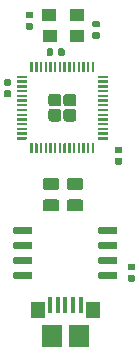
<source format=gbr>
G04 #@! TF.GenerationSoftware,KiCad,Pcbnew,5.1.5+dfsg1-2build2*
G04 #@! TF.CreationDate,2023-08-25T20:20:15+01:00*
G04 #@! TF.ProjectId,pico-sp0256,7069636f-2d73-4703-9032-35362e6b6963,rev?*
G04 #@! TF.SameCoordinates,Original*
G04 #@! TF.FileFunction,Paste,Top*
G04 #@! TF.FilePolarity,Positive*
%FSLAX46Y46*%
G04 Gerber Fmt 4.6, Leading zero omitted, Abs format (unit mm)*
G04 Created by KiCad (PCBNEW 5.1.5+dfsg1-2build2) date 2023-08-25 20:20:15*
%MOMM*%
%LPD*%
G04 APERTURE LIST*
%ADD10C,0.100000*%
%ADD11R,1.300000X1.100000*%
%ADD12R,1.150000X1.450000*%
%ADD13R,1.750000X1.900000*%
%ADD14R,0.400000X1.400000*%
G04 APERTURE END LIST*
D10*
G36*
X80865505Y-91460204D02*
G01*
X80889773Y-91463804D01*
X80913572Y-91469765D01*
X80936671Y-91478030D01*
X80958850Y-91488520D01*
X80979893Y-91501132D01*
X80999599Y-91515747D01*
X81017777Y-91532223D01*
X81034253Y-91550401D01*
X81048868Y-91570107D01*
X81061480Y-91591150D01*
X81071970Y-91613329D01*
X81080235Y-91636428D01*
X81086196Y-91660227D01*
X81089796Y-91684495D01*
X81091000Y-91708999D01*
X81091000Y-92234001D01*
X81089796Y-92258505D01*
X81086196Y-92282773D01*
X81080235Y-92306572D01*
X81071970Y-92329671D01*
X81061480Y-92351850D01*
X81048868Y-92372893D01*
X81034253Y-92392599D01*
X81017777Y-92410777D01*
X80999599Y-92427253D01*
X80979893Y-92441868D01*
X80958850Y-92454480D01*
X80936671Y-92464970D01*
X80913572Y-92473235D01*
X80889773Y-92479196D01*
X80865505Y-92482796D01*
X80841001Y-92484000D01*
X79940999Y-92484000D01*
X79916495Y-92482796D01*
X79892227Y-92479196D01*
X79868428Y-92473235D01*
X79845329Y-92464970D01*
X79823150Y-92454480D01*
X79802107Y-92441868D01*
X79782401Y-92427253D01*
X79764223Y-92410777D01*
X79747747Y-92392599D01*
X79733132Y-92372893D01*
X79720520Y-92351850D01*
X79710030Y-92329671D01*
X79701765Y-92306572D01*
X79695804Y-92282773D01*
X79692204Y-92258505D01*
X79691000Y-92234001D01*
X79691000Y-91708999D01*
X79692204Y-91684495D01*
X79695804Y-91660227D01*
X79701765Y-91636428D01*
X79710030Y-91613329D01*
X79720520Y-91591150D01*
X79733132Y-91570107D01*
X79747747Y-91550401D01*
X79764223Y-91532223D01*
X79782401Y-91515747D01*
X79802107Y-91501132D01*
X79823150Y-91488520D01*
X79845329Y-91478030D01*
X79868428Y-91469765D01*
X79892227Y-91463804D01*
X79916495Y-91460204D01*
X79940999Y-91459000D01*
X80841001Y-91459000D01*
X80865505Y-91460204D01*
G37*
G36*
X80865505Y-89635204D02*
G01*
X80889773Y-89638804D01*
X80913572Y-89644765D01*
X80936671Y-89653030D01*
X80958850Y-89663520D01*
X80979893Y-89676132D01*
X80999599Y-89690747D01*
X81017777Y-89707223D01*
X81034253Y-89725401D01*
X81048868Y-89745107D01*
X81061480Y-89766150D01*
X81071970Y-89788329D01*
X81080235Y-89811428D01*
X81086196Y-89835227D01*
X81089796Y-89859495D01*
X81091000Y-89883999D01*
X81091000Y-90409001D01*
X81089796Y-90433505D01*
X81086196Y-90457773D01*
X81080235Y-90481572D01*
X81071970Y-90504671D01*
X81061480Y-90526850D01*
X81048868Y-90547893D01*
X81034253Y-90567599D01*
X81017777Y-90585777D01*
X80999599Y-90602253D01*
X80979893Y-90616868D01*
X80958850Y-90629480D01*
X80936671Y-90639970D01*
X80913572Y-90648235D01*
X80889773Y-90654196D01*
X80865505Y-90657796D01*
X80841001Y-90659000D01*
X79940999Y-90659000D01*
X79916495Y-90657796D01*
X79892227Y-90654196D01*
X79868428Y-90648235D01*
X79845329Y-90639970D01*
X79823150Y-90629480D01*
X79802107Y-90616868D01*
X79782401Y-90602253D01*
X79764223Y-90585777D01*
X79747747Y-90567599D01*
X79733132Y-90547893D01*
X79720520Y-90526850D01*
X79710030Y-90504671D01*
X79701765Y-90481572D01*
X79695804Y-90457773D01*
X79692204Y-90433505D01*
X79691000Y-90409001D01*
X79691000Y-89883999D01*
X79692204Y-89859495D01*
X79695804Y-89835227D01*
X79701765Y-89811428D01*
X79710030Y-89788329D01*
X79720520Y-89766150D01*
X79733132Y-89745107D01*
X79747747Y-89725401D01*
X79764223Y-89707223D01*
X79782401Y-89690747D01*
X79802107Y-89676132D01*
X79823150Y-89663520D01*
X79845329Y-89653030D01*
X79868428Y-89644765D01*
X79892227Y-89638804D01*
X79916495Y-89635204D01*
X79940999Y-89634000D01*
X80841001Y-89634000D01*
X80865505Y-89635204D01*
G37*
G36*
X82897505Y-91460204D02*
G01*
X82921773Y-91463804D01*
X82945572Y-91469765D01*
X82968671Y-91478030D01*
X82990850Y-91488520D01*
X83011893Y-91501132D01*
X83031599Y-91515747D01*
X83049777Y-91532223D01*
X83066253Y-91550401D01*
X83080868Y-91570107D01*
X83093480Y-91591150D01*
X83103970Y-91613329D01*
X83112235Y-91636428D01*
X83118196Y-91660227D01*
X83121796Y-91684495D01*
X83123000Y-91708999D01*
X83123000Y-92234001D01*
X83121796Y-92258505D01*
X83118196Y-92282773D01*
X83112235Y-92306572D01*
X83103970Y-92329671D01*
X83093480Y-92351850D01*
X83080868Y-92372893D01*
X83066253Y-92392599D01*
X83049777Y-92410777D01*
X83031599Y-92427253D01*
X83011893Y-92441868D01*
X82990850Y-92454480D01*
X82968671Y-92464970D01*
X82945572Y-92473235D01*
X82921773Y-92479196D01*
X82897505Y-92482796D01*
X82873001Y-92484000D01*
X81972999Y-92484000D01*
X81948495Y-92482796D01*
X81924227Y-92479196D01*
X81900428Y-92473235D01*
X81877329Y-92464970D01*
X81855150Y-92454480D01*
X81834107Y-92441868D01*
X81814401Y-92427253D01*
X81796223Y-92410777D01*
X81779747Y-92392599D01*
X81765132Y-92372893D01*
X81752520Y-92351850D01*
X81742030Y-92329671D01*
X81733765Y-92306572D01*
X81727804Y-92282773D01*
X81724204Y-92258505D01*
X81723000Y-92234001D01*
X81723000Y-91708999D01*
X81724204Y-91684495D01*
X81727804Y-91660227D01*
X81733765Y-91636428D01*
X81742030Y-91613329D01*
X81752520Y-91591150D01*
X81765132Y-91570107D01*
X81779747Y-91550401D01*
X81796223Y-91532223D01*
X81814401Y-91515747D01*
X81834107Y-91501132D01*
X81855150Y-91488520D01*
X81877329Y-91478030D01*
X81900428Y-91469765D01*
X81924227Y-91463804D01*
X81948495Y-91460204D01*
X81972999Y-91459000D01*
X82873001Y-91459000D01*
X82897505Y-91460204D01*
G37*
G36*
X82897505Y-89635204D02*
G01*
X82921773Y-89638804D01*
X82945572Y-89644765D01*
X82968671Y-89653030D01*
X82990850Y-89663520D01*
X83011893Y-89676132D01*
X83031599Y-89690747D01*
X83049777Y-89707223D01*
X83066253Y-89725401D01*
X83080868Y-89745107D01*
X83093480Y-89766150D01*
X83103970Y-89788329D01*
X83112235Y-89811428D01*
X83118196Y-89835227D01*
X83121796Y-89859495D01*
X83123000Y-89883999D01*
X83123000Y-90409001D01*
X83121796Y-90433505D01*
X83118196Y-90457773D01*
X83112235Y-90481572D01*
X83103970Y-90504671D01*
X83093480Y-90526850D01*
X83080868Y-90547893D01*
X83066253Y-90567599D01*
X83049777Y-90585777D01*
X83031599Y-90602253D01*
X83011893Y-90616868D01*
X82990850Y-90629480D01*
X82968671Y-90639970D01*
X82945572Y-90648235D01*
X82921773Y-90654196D01*
X82897505Y-90657796D01*
X82873001Y-90659000D01*
X81972999Y-90659000D01*
X81948495Y-90657796D01*
X81924227Y-90654196D01*
X81900428Y-90648235D01*
X81877329Y-90639970D01*
X81855150Y-90629480D01*
X81834107Y-90616868D01*
X81814401Y-90602253D01*
X81796223Y-90585777D01*
X81779747Y-90567599D01*
X81765132Y-90547893D01*
X81752520Y-90526850D01*
X81742030Y-90504671D01*
X81733765Y-90481572D01*
X81727804Y-90457773D01*
X81724204Y-90433505D01*
X81723000Y-90409001D01*
X81723000Y-89883999D01*
X81724204Y-89859495D01*
X81727804Y-89835227D01*
X81733765Y-89811428D01*
X81742030Y-89788329D01*
X81752520Y-89766150D01*
X81765132Y-89745107D01*
X81779747Y-89725401D01*
X81796223Y-89707223D01*
X81814401Y-89690747D01*
X81834107Y-89676132D01*
X81855150Y-89663520D01*
X81877329Y-89653030D01*
X81900428Y-89644765D01*
X81924227Y-89638804D01*
X81948495Y-89635204D01*
X81972999Y-89634000D01*
X82873001Y-89634000D01*
X82897505Y-89635204D01*
G37*
D11*
X82554500Y-75813000D03*
X80264500Y-77613000D03*
X80254500Y-75813000D03*
X82564500Y-77603000D03*
D10*
G36*
X82297721Y-83789487D02*
G01*
X82321990Y-83793087D01*
X82345788Y-83799048D01*
X82368888Y-83807313D01*
X82391066Y-83817803D01*
X82412110Y-83830416D01*
X82431815Y-83845030D01*
X82449994Y-83861506D01*
X82466470Y-83879685D01*
X82481084Y-83899390D01*
X82493697Y-83920434D01*
X82504187Y-83942612D01*
X82512452Y-83965712D01*
X82518413Y-83989510D01*
X82522013Y-84013779D01*
X82523217Y-84038283D01*
X82523217Y-84622717D01*
X82522013Y-84647221D01*
X82518413Y-84671490D01*
X82512452Y-84695288D01*
X82504187Y-84718388D01*
X82493697Y-84740566D01*
X82481084Y-84761610D01*
X82466470Y-84781315D01*
X82449994Y-84799494D01*
X82431815Y-84815970D01*
X82412110Y-84830584D01*
X82391066Y-84843197D01*
X82368888Y-84853687D01*
X82345788Y-84861952D01*
X82321990Y-84867913D01*
X82297721Y-84871513D01*
X82273217Y-84872717D01*
X81688783Y-84872717D01*
X81664279Y-84871513D01*
X81640010Y-84867913D01*
X81616212Y-84861952D01*
X81593112Y-84853687D01*
X81570934Y-84843197D01*
X81549890Y-84830584D01*
X81530185Y-84815970D01*
X81512006Y-84799494D01*
X81495530Y-84781315D01*
X81480916Y-84761610D01*
X81468303Y-84740566D01*
X81457813Y-84718388D01*
X81449548Y-84695288D01*
X81443587Y-84671490D01*
X81439987Y-84647221D01*
X81438783Y-84622717D01*
X81438783Y-84038283D01*
X81439987Y-84013779D01*
X81443587Y-83989510D01*
X81449548Y-83965712D01*
X81457813Y-83942612D01*
X81468303Y-83920434D01*
X81480916Y-83899390D01*
X81495530Y-83879685D01*
X81512006Y-83861506D01*
X81530185Y-83845030D01*
X81549890Y-83830416D01*
X81570934Y-83817803D01*
X81593112Y-83807313D01*
X81616212Y-83799048D01*
X81640010Y-83793087D01*
X81664279Y-83789487D01*
X81688783Y-83788283D01*
X82273217Y-83788283D01*
X82297721Y-83789487D01*
G37*
G36*
X82297721Y-82514487D02*
G01*
X82321990Y-82518087D01*
X82345788Y-82524048D01*
X82368888Y-82532313D01*
X82391066Y-82542803D01*
X82412110Y-82555416D01*
X82431815Y-82570030D01*
X82449994Y-82586506D01*
X82466470Y-82604685D01*
X82481084Y-82624390D01*
X82493697Y-82645434D01*
X82504187Y-82667612D01*
X82512452Y-82690712D01*
X82518413Y-82714510D01*
X82522013Y-82738779D01*
X82523217Y-82763283D01*
X82523217Y-83347717D01*
X82522013Y-83372221D01*
X82518413Y-83396490D01*
X82512452Y-83420288D01*
X82504187Y-83443388D01*
X82493697Y-83465566D01*
X82481084Y-83486610D01*
X82466470Y-83506315D01*
X82449994Y-83524494D01*
X82431815Y-83540970D01*
X82412110Y-83555584D01*
X82391066Y-83568197D01*
X82368888Y-83578687D01*
X82345788Y-83586952D01*
X82321990Y-83592913D01*
X82297721Y-83596513D01*
X82273217Y-83597717D01*
X81688783Y-83597717D01*
X81664279Y-83596513D01*
X81640010Y-83592913D01*
X81616212Y-83586952D01*
X81593112Y-83578687D01*
X81570934Y-83568197D01*
X81549890Y-83555584D01*
X81530185Y-83540970D01*
X81512006Y-83524494D01*
X81495530Y-83506315D01*
X81480916Y-83486610D01*
X81468303Y-83465566D01*
X81457813Y-83443388D01*
X81449548Y-83420288D01*
X81443587Y-83396490D01*
X81439987Y-83372221D01*
X81438783Y-83347717D01*
X81438783Y-82763283D01*
X81439987Y-82738779D01*
X81443587Y-82714510D01*
X81449548Y-82690712D01*
X81457813Y-82667612D01*
X81468303Y-82645434D01*
X81480916Y-82624390D01*
X81495530Y-82604685D01*
X81512006Y-82586506D01*
X81530185Y-82570030D01*
X81549890Y-82555416D01*
X81570934Y-82542803D01*
X81593112Y-82532313D01*
X81616212Y-82524048D01*
X81640010Y-82518087D01*
X81664279Y-82514487D01*
X81688783Y-82513283D01*
X82273217Y-82513283D01*
X82297721Y-82514487D01*
G37*
G36*
X81022721Y-83789487D02*
G01*
X81046990Y-83793087D01*
X81070788Y-83799048D01*
X81093888Y-83807313D01*
X81116066Y-83817803D01*
X81137110Y-83830416D01*
X81156815Y-83845030D01*
X81174994Y-83861506D01*
X81191470Y-83879685D01*
X81206084Y-83899390D01*
X81218697Y-83920434D01*
X81229187Y-83942612D01*
X81237452Y-83965712D01*
X81243413Y-83989510D01*
X81247013Y-84013779D01*
X81248217Y-84038283D01*
X81248217Y-84622717D01*
X81247013Y-84647221D01*
X81243413Y-84671490D01*
X81237452Y-84695288D01*
X81229187Y-84718388D01*
X81218697Y-84740566D01*
X81206084Y-84761610D01*
X81191470Y-84781315D01*
X81174994Y-84799494D01*
X81156815Y-84815970D01*
X81137110Y-84830584D01*
X81116066Y-84843197D01*
X81093888Y-84853687D01*
X81070788Y-84861952D01*
X81046990Y-84867913D01*
X81022721Y-84871513D01*
X80998217Y-84872717D01*
X80413783Y-84872717D01*
X80389279Y-84871513D01*
X80365010Y-84867913D01*
X80341212Y-84861952D01*
X80318112Y-84853687D01*
X80295934Y-84843197D01*
X80274890Y-84830584D01*
X80255185Y-84815970D01*
X80237006Y-84799494D01*
X80220530Y-84781315D01*
X80205916Y-84761610D01*
X80193303Y-84740566D01*
X80182813Y-84718388D01*
X80174548Y-84695288D01*
X80168587Y-84671490D01*
X80164987Y-84647221D01*
X80163783Y-84622717D01*
X80163783Y-84038283D01*
X80164987Y-84013779D01*
X80168587Y-83989510D01*
X80174548Y-83965712D01*
X80182813Y-83942612D01*
X80193303Y-83920434D01*
X80205916Y-83899390D01*
X80220530Y-83879685D01*
X80237006Y-83861506D01*
X80255185Y-83845030D01*
X80274890Y-83830416D01*
X80295934Y-83817803D01*
X80318112Y-83807313D01*
X80341212Y-83799048D01*
X80365010Y-83793087D01*
X80389279Y-83789487D01*
X80413783Y-83788283D01*
X80998217Y-83788283D01*
X81022721Y-83789487D01*
G37*
G36*
X81022721Y-82514487D02*
G01*
X81046990Y-82518087D01*
X81070788Y-82524048D01*
X81093888Y-82532313D01*
X81116066Y-82542803D01*
X81137110Y-82555416D01*
X81156815Y-82570030D01*
X81174994Y-82586506D01*
X81191470Y-82604685D01*
X81206084Y-82624390D01*
X81218697Y-82645434D01*
X81229187Y-82667612D01*
X81237452Y-82690712D01*
X81243413Y-82714510D01*
X81247013Y-82738779D01*
X81248217Y-82763283D01*
X81248217Y-83347717D01*
X81247013Y-83372221D01*
X81243413Y-83396490D01*
X81237452Y-83420288D01*
X81229187Y-83443388D01*
X81218697Y-83465566D01*
X81206084Y-83486610D01*
X81191470Y-83506315D01*
X81174994Y-83524494D01*
X81156815Y-83540970D01*
X81137110Y-83555584D01*
X81116066Y-83568197D01*
X81093888Y-83578687D01*
X81070788Y-83586952D01*
X81046990Y-83592913D01*
X81022721Y-83596513D01*
X80998217Y-83597717D01*
X80413783Y-83597717D01*
X80389279Y-83596513D01*
X80365010Y-83592913D01*
X80341212Y-83586952D01*
X80318112Y-83578687D01*
X80295934Y-83568197D01*
X80274890Y-83555584D01*
X80255185Y-83540970D01*
X80237006Y-83524494D01*
X80220530Y-83506315D01*
X80205916Y-83486610D01*
X80193303Y-83465566D01*
X80182813Y-83443388D01*
X80174548Y-83420288D01*
X80168587Y-83396490D01*
X80164987Y-83372221D01*
X80163783Y-83347717D01*
X80163783Y-82763283D01*
X80164987Y-82738779D01*
X80168587Y-82714510D01*
X80174548Y-82690712D01*
X80182813Y-82667612D01*
X80193303Y-82645434D01*
X80205916Y-82624390D01*
X80220530Y-82604685D01*
X80237006Y-82586506D01*
X80255185Y-82570030D01*
X80274890Y-82555416D01*
X80295934Y-82542803D01*
X80318112Y-82532313D01*
X80341212Y-82524048D01*
X80365010Y-82518087D01*
X80389279Y-82514487D01*
X80413783Y-82513283D01*
X80998217Y-82513283D01*
X81022721Y-82514487D01*
G37*
G36*
X85173401Y-86193241D02*
G01*
X85178255Y-86193961D01*
X85183014Y-86195153D01*
X85187634Y-86196806D01*
X85192070Y-86198904D01*
X85196279Y-86201427D01*
X85200220Y-86204349D01*
X85203855Y-86207645D01*
X85207151Y-86211280D01*
X85210073Y-86215221D01*
X85212596Y-86219430D01*
X85214694Y-86223866D01*
X85216347Y-86228486D01*
X85217539Y-86233245D01*
X85218259Y-86238099D01*
X85218500Y-86243000D01*
X85218500Y-86343000D01*
X85218259Y-86347901D01*
X85217539Y-86352755D01*
X85216347Y-86357514D01*
X85214694Y-86362134D01*
X85212596Y-86366570D01*
X85210073Y-86370779D01*
X85207151Y-86374720D01*
X85203855Y-86378355D01*
X85200220Y-86381651D01*
X85196279Y-86384573D01*
X85192070Y-86387096D01*
X85187634Y-86389194D01*
X85183014Y-86390847D01*
X85178255Y-86392039D01*
X85173401Y-86392759D01*
X85168500Y-86393000D01*
X84393500Y-86393000D01*
X84388599Y-86392759D01*
X84383745Y-86392039D01*
X84378986Y-86390847D01*
X84374366Y-86389194D01*
X84369930Y-86387096D01*
X84365721Y-86384573D01*
X84361780Y-86381651D01*
X84358145Y-86378355D01*
X84354849Y-86374720D01*
X84351927Y-86370779D01*
X84349404Y-86366570D01*
X84347306Y-86362134D01*
X84345653Y-86357514D01*
X84344461Y-86352755D01*
X84343741Y-86347901D01*
X84343500Y-86343000D01*
X84343500Y-86243000D01*
X84343741Y-86238099D01*
X84344461Y-86233245D01*
X84345653Y-86228486D01*
X84347306Y-86223866D01*
X84349404Y-86219430D01*
X84351927Y-86215221D01*
X84354849Y-86211280D01*
X84358145Y-86207645D01*
X84361780Y-86204349D01*
X84365721Y-86201427D01*
X84369930Y-86198904D01*
X84374366Y-86196806D01*
X84378986Y-86195153D01*
X84383745Y-86193961D01*
X84388599Y-86193241D01*
X84393500Y-86193000D01*
X85168500Y-86193000D01*
X85173401Y-86193241D01*
G37*
G36*
X85173401Y-85793241D02*
G01*
X85178255Y-85793961D01*
X85183014Y-85795153D01*
X85187634Y-85796806D01*
X85192070Y-85798904D01*
X85196279Y-85801427D01*
X85200220Y-85804349D01*
X85203855Y-85807645D01*
X85207151Y-85811280D01*
X85210073Y-85815221D01*
X85212596Y-85819430D01*
X85214694Y-85823866D01*
X85216347Y-85828486D01*
X85217539Y-85833245D01*
X85218259Y-85838099D01*
X85218500Y-85843000D01*
X85218500Y-85943000D01*
X85218259Y-85947901D01*
X85217539Y-85952755D01*
X85216347Y-85957514D01*
X85214694Y-85962134D01*
X85212596Y-85966570D01*
X85210073Y-85970779D01*
X85207151Y-85974720D01*
X85203855Y-85978355D01*
X85200220Y-85981651D01*
X85196279Y-85984573D01*
X85192070Y-85987096D01*
X85187634Y-85989194D01*
X85183014Y-85990847D01*
X85178255Y-85992039D01*
X85173401Y-85992759D01*
X85168500Y-85993000D01*
X84393500Y-85993000D01*
X84388599Y-85992759D01*
X84383745Y-85992039D01*
X84378986Y-85990847D01*
X84374366Y-85989194D01*
X84369930Y-85987096D01*
X84365721Y-85984573D01*
X84361780Y-85981651D01*
X84358145Y-85978355D01*
X84354849Y-85974720D01*
X84351927Y-85970779D01*
X84349404Y-85966570D01*
X84347306Y-85962134D01*
X84345653Y-85957514D01*
X84344461Y-85952755D01*
X84343741Y-85947901D01*
X84343500Y-85943000D01*
X84343500Y-85843000D01*
X84343741Y-85838099D01*
X84344461Y-85833245D01*
X84345653Y-85828486D01*
X84347306Y-85823866D01*
X84349404Y-85819430D01*
X84351927Y-85815221D01*
X84354849Y-85811280D01*
X84358145Y-85807645D01*
X84361780Y-85804349D01*
X84365721Y-85801427D01*
X84369930Y-85798904D01*
X84374366Y-85796806D01*
X84378986Y-85795153D01*
X84383745Y-85793961D01*
X84388599Y-85793241D01*
X84393500Y-85793000D01*
X85168500Y-85793000D01*
X85173401Y-85793241D01*
G37*
G36*
X85173401Y-85393241D02*
G01*
X85178255Y-85393961D01*
X85183014Y-85395153D01*
X85187634Y-85396806D01*
X85192070Y-85398904D01*
X85196279Y-85401427D01*
X85200220Y-85404349D01*
X85203855Y-85407645D01*
X85207151Y-85411280D01*
X85210073Y-85415221D01*
X85212596Y-85419430D01*
X85214694Y-85423866D01*
X85216347Y-85428486D01*
X85217539Y-85433245D01*
X85218259Y-85438099D01*
X85218500Y-85443000D01*
X85218500Y-85543000D01*
X85218259Y-85547901D01*
X85217539Y-85552755D01*
X85216347Y-85557514D01*
X85214694Y-85562134D01*
X85212596Y-85566570D01*
X85210073Y-85570779D01*
X85207151Y-85574720D01*
X85203855Y-85578355D01*
X85200220Y-85581651D01*
X85196279Y-85584573D01*
X85192070Y-85587096D01*
X85187634Y-85589194D01*
X85183014Y-85590847D01*
X85178255Y-85592039D01*
X85173401Y-85592759D01*
X85168500Y-85593000D01*
X84393500Y-85593000D01*
X84388599Y-85592759D01*
X84383745Y-85592039D01*
X84378986Y-85590847D01*
X84374366Y-85589194D01*
X84369930Y-85587096D01*
X84365721Y-85584573D01*
X84361780Y-85581651D01*
X84358145Y-85578355D01*
X84354849Y-85574720D01*
X84351927Y-85570779D01*
X84349404Y-85566570D01*
X84347306Y-85562134D01*
X84345653Y-85557514D01*
X84344461Y-85552755D01*
X84343741Y-85547901D01*
X84343500Y-85543000D01*
X84343500Y-85443000D01*
X84343741Y-85438099D01*
X84344461Y-85433245D01*
X84345653Y-85428486D01*
X84347306Y-85423866D01*
X84349404Y-85419430D01*
X84351927Y-85415221D01*
X84354849Y-85411280D01*
X84358145Y-85407645D01*
X84361780Y-85404349D01*
X84365721Y-85401427D01*
X84369930Y-85398904D01*
X84374366Y-85396806D01*
X84378986Y-85395153D01*
X84383745Y-85393961D01*
X84388599Y-85393241D01*
X84393500Y-85393000D01*
X85168500Y-85393000D01*
X85173401Y-85393241D01*
G37*
G36*
X85173401Y-84993241D02*
G01*
X85178255Y-84993961D01*
X85183014Y-84995153D01*
X85187634Y-84996806D01*
X85192070Y-84998904D01*
X85196279Y-85001427D01*
X85200220Y-85004349D01*
X85203855Y-85007645D01*
X85207151Y-85011280D01*
X85210073Y-85015221D01*
X85212596Y-85019430D01*
X85214694Y-85023866D01*
X85216347Y-85028486D01*
X85217539Y-85033245D01*
X85218259Y-85038099D01*
X85218500Y-85043000D01*
X85218500Y-85143000D01*
X85218259Y-85147901D01*
X85217539Y-85152755D01*
X85216347Y-85157514D01*
X85214694Y-85162134D01*
X85212596Y-85166570D01*
X85210073Y-85170779D01*
X85207151Y-85174720D01*
X85203855Y-85178355D01*
X85200220Y-85181651D01*
X85196279Y-85184573D01*
X85192070Y-85187096D01*
X85187634Y-85189194D01*
X85183014Y-85190847D01*
X85178255Y-85192039D01*
X85173401Y-85192759D01*
X85168500Y-85193000D01*
X84393500Y-85193000D01*
X84388599Y-85192759D01*
X84383745Y-85192039D01*
X84378986Y-85190847D01*
X84374366Y-85189194D01*
X84369930Y-85187096D01*
X84365721Y-85184573D01*
X84361780Y-85181651D01*
X84358145Y-85178355D01*
X84354849Y-85174720D01*
X84351927Y-85170779D01*
X84349404Y-85166570D01*
X84347306Y-85162134D01*
X84345653Y-85157514D01*
X84344461Y-85152755D01*
X84343741Y-85147901D01*
X84343500Y-85143000D01*
X84343500Y-85043000D01*
X84343741Y-85038099D01*
X84344461Y-85033245D01*
X84345653Y-85028486D01*
X84347306Y-85023866D01*
X84349404Y-85019430D01*
X84351927Y-85015221D01*
X84354849Y-85011280D01*
X84358145Y-85007645D01*
X84361780Y-85004349D01*
X84365721Y-85001427D01*
X84369930Y-84998904D01*
X84374366Y-84996806D01*
X84378986Y-84995153D01*
X84383745Y-84993961D01*
X84388599Y-84993241D01*
X84393500Y-84993000D01*
X85168500Y-84993000D01*
X85173401Y-84993241D01*
G37*
G36*
X85173401Y-84593241D02*
G01*
X85178255Y-84593961D01*
X85183014Y-84595153D01*
X85187634Y-84596806D01*
X85192070Y-84598904D01*
X85196279Y-84601427D01*
X85200220Y-84604349D01*
X85203855Y-84607645D01*
X85207151Y-84611280D01*
X85210073Y-84615221D01*
X85212596Y-84619430D01*
X85214694Y-84623866D01*
X85216347Y-84628486D01*
X85217539Y-84633245D01*
X85218259Y-84638099D01*
X85218500Y-84643000D01*
X85218500Y-84743000D01*
X85218259Y-84747901D01*
X85217539Y-84752755D01*
X85216347Y-84757514D01*
X85214694Y-84762134D01*
X85212596Y-84766570D01*
X85210073Y-84770779D01*
X85207151Y-84774720D01*
X85203855Y-84778355D01*
X85200220Y-84781651D01*
X85196279Y-84784573D01*
X85192070Y-84787096D01*
X85187634Y-84789194D01*
X85183014Y-84790847D01*
X85178255Y-84792039D01*
X85173401Y-84792759D01*
X85168500Y-84793000D01*
X84393500Y-84793000D01*
X84388599Y-84792759D01*
X84383745Y-84792039D01*
X84378986Y-84790847D01*
X84374366Y-84789194D01*
X84369930Y-84787096D01*
X84365721Y-84784573D01*
X84361780Y-84781651D01*
X84358145Y-84778355D01*
X84354849Y-84774720D01*
X84351927Y-84770779D01*
X84349404Y-84766570D01*
X84347306Y-84762134D01*
X84345653Y-84757514D01*
X84344461Y-84752755D01*
X84343741Y-84747901D01*
X84343500Y-84743000D01*
X84343500Y-84643000D01*
X84343741Y-84638099D01*
X84344461Y-84633245D01*
X84345653Y-84628486D01*
X84347306Y-84623866D01*
X84349404Y-84619430D01*
X84351927Y-84615221D01*
X84354849Y-84611280D01*
X84358145Y-84607645D01*
X84361780Y-84604349D01*
X84365721Y-84601427D01*
X84369930Y-84598904D01*
X84374366Y-84596806D01*
X84378986Y-84595153D01*
X84383745Y-84593961D01*
X84388599Y-84593241D01*
X84393500Y-84593000D01*
X85168500Y-84593000D01*
X85173401Y-84593241D01*
G37*
G36*
X85173401Y-84193241D02*
G01*
X85178255Y-84193961D01*
X85183014Y-84195153D01*
X85187634Y-84196806D01*
X85192070Y-84198904D01*
X85196279Y-84201427D01*
X85200220Y-84204349D01*
X85203855Y-84207645D01*
X85207151Y-84211280D01*
X85210073Y-84215221D01*
X85212596Y-84219430D01*
X85214694Y-84223866D01*
X85216347Y-84228486D01*
X85217539Y-84233245D01*
X85218259Y-84238099D01*
X85218500Y-84243000D01*
X85218500Y-84343000D01*
X85218259Y-84347901D01*
X85217539Y-84352755D01*
X85216347Y-84357514D01*
X85214694Y-84362134D01*
X85212596Y-84366570D01*
X85210073Y-84370779D01*
X85207151Y-84374720D01*
X85203855Y-84378355D01*
X85200220Y-84381651D01*
X85196279Y-84384573D01*
X85192070Y-84387096D01*
X85187634Y-84389194D01*
X85183014Y-84390847D01*
X85178255Y-84392039D01*
X85173401Y-84392759D01*
X85168500Y-84393000D01*
X84393500Y-84393000D01*
X84388599Y-84392759D01*
X84383745Y-84392039D01*
X84378986Y-84390847D01*
X84374366Y-84389194D01*
X84369930Y-84387096D01*
X84365721Y-84384573D01*
X84361780Y-84381651D01*
X84358145Y-84378355D01*
X84354849Y-84374720D01*
X84351927Y-84370779D01*
X84349404Y-84366570D01*
X84347306Y-84362134D01*
X84345653Y-84357514D01*
X84344461Y-84352755D01*
X84343741Y-84347901D01*
X84343500Y-84343000D01*
X84343500Y-84243000D01*
X84343741Y-84238099D01*
X84344461Y-84233245D01*
X84345653Y-84228486D01*
X84347306Y-84223866D01*
X84349404Y-84219430D01*
X84351927Y-84215221D01*
X84354849Y-84211280D01*
X84358145Y-84207645D01*
X84361780Y-84204349D01*
X84365721Y-84201427D01*
X84369930Y-84198904D01*
X84374366Y-84196806D01*
X84378986Y-84195153D01*
X84383745Y-84193961D01*
X84388599Y-84193241D01*
X84393500Y-84193000D01*
X85168500Y-84193000D01*
X85173401Y-84193241D01*
G37*
G36*
X85173401Y-83793241D02*
G01*
X85178255Y-83793961D01*
X85183014Y-83795153D01*
X85187634Y-83796806D01*
X85192070Y-83798904D01*
X85196279Y-83801427D01*
X85200220Y-83804349D01*
X85203855Y-83807645D01*
X85207151Y-83811280D01*
X85210073Y-83815221D01*
X85212596Y-83819430D01*
X85214694Y-83823866D01*
X85216347Y-83828486D01*
X85217539Y-83833245D01*
X85218259Y-83838099D01*
X85218500Y-83843000D01*
X85218500Y-83943000D01*
X85218259Y-83947901D01*
X85217539Y-83952755D01*
X85216347Y-83957514D01*
X85214694Y-83962134D01*
X85212596Y-83966570D01*
X85210073Y-83970779D01*
X85207151Y-83974720D01*
X85203855Y-83978355D01*
X85200220Y-83981651D01*
X85196279Y-83984573D01*
X85192070Y-83987096D01*
X85187634Y-83989194D01*
X85183014Y-83990847D01*
X85178255Y-83992039D01*
X85173401Y-83992759D01*
X85168500Y-83993000D01*
X84393500Y-83993000D01*
X84388599Y-83992759D01*
X84383745Y-83992039D01*
X84378986Y-83990847D01*
X84374366Y-83989194D01*
X84369930Y-83987096D01*
X84365721Y-83984573D01*
X84361780Y-83981651D01*
X84358145Y-83978355D01*
X84354849Y-83974720D01*
X84351927Y-83970779D01*
X84349404Y-83966570D01*
X84347306Y-83962134D01*
X84345653Y-83957514D01*
X84344461Y-83952755D01*
X84343741Y-83947901D01*
X84343500Y-83943000D01*
X84343500Y-83843000D01*
X84343741Y-83838099D01*
X84344461Y-83833245D01*
X84345653Y-83828486D01*
X84347306Y-83823866D01*
X84349404Y-83819430D01*
X84351927Y-83815221D01*
X84354849Y-83811280D01*
X84358145Y-83807645D01*
X84361780Y-83804349D01*
X84365721Y-83801427D01*
X84369930Y-83798904D01*
X84374366Y-83796806D01*
X84378986Y-83795153D01*
X84383745Y-83793961D01*
X84388599Y-83793241D01*
X84393500Y-83793000D01*
X85168500Y-83793000D01*
X85173401Y-83793241D01*
G37*
G36*
X85173401Y-83393241D02*
G01*
X85178255Y-83393961D01*
X85183014Y-83395153D01*
X85187634Y-83396806D01*
X85192070Y-83398904D01*
X85196279Y-83401427D01*
X85200220Y-83404349D01*
X85203855Y-83407645D01*
X85207151Y-83411280D01*
X85210073Y-83415221D01*
X85212596Y-83419430D01*
X85214694Y-83423866D01*
X85216347Y-83428486D01*
X85217539Y-83433245D01*
X85218259Y-83438099D01*
X85218500Y-83443000D01*
X85218500Y-83543000D01*
X85218259Y-83547901D01*
X85217539Y-83552755D01*
X85216347Y-83557514D01*
X85214694Y-83562134D01*
X85212596Y-83566570D01*
X85210073Y-83570779D01*
X85207151Y-83574720D01*
X85203855Y-83578355D01*
X85200220Y-83581651D01*
X85196279Y-83584573D01*
X85192070Y-83587096D01*
X85187634Y-83589194D01*
X85183014Y-83590847D01*
X85178255Y-83592039D01*
X85173401Y-83592759D01*
X85168500Y-83593000D01*
X84393500Y-83593000D01*
X84388599Y-83592759D01*
X84383745Y-83592039D01*
X84378986Y-83590847D01*
X84374366Y-83589194D01*
X84369930Y-83587096D01*
X84365721Y-83584573D01*
X84361780Y-83581651D01*
X84358145Y-83578355D01*
X84354849Y-83574720D01*
X84351927Y-83570779D01*
X84349404Y-83566570D01*
X84347306Y-83562134D01*
X84345653Y-83557514D01*
X84344461Y-83552755D01*
X84343741Y-83547901D01*
X84343500Y-83543000D01*
X84343500Y-83443000D01*
X84343741Y-83438099D01*
X84344461Y-83433245D01*
X84345653Y-83428486D01*
X84347306Y-83423866D01*
X84349404Y-83419430D01*
X84351927Y-83415221D01*
X84354849Y-83411280D01*
X84358145Y-83407645D01*
X84361780Y-83404349D01*
X84365721Y-83401427D01*
X84369930Y-83398904D01*
X84374366Y-83396806D01*
X84378986Y-83395153D01*
X84383745Y-83393961D01*
X84388599Y-83393241D01*
X84393500Y-83393000D01*
X85168500Y-83393000D01*
X85173401Y-83393241D01*
G37*
G36*
X85173401Y-82993241D02*
G01*
X85178255Y-82993961D01*
X85183014Y-82995153D01*
X85187634Y-82996806D01*
X85192070Y-82998904D01*
X85196279Y-83001427D01*
X85200220Y-83004349D01*
X85203855Y-83007645D01*
X85207151Y-83011280D01*
X85210073Y-83015221D01*
X85212596Y-83019430D01*
X85214694Y-83023866D01*
X85216347Y-83028486D01*
X85217539Y-83033245D01*
X85218259Y-83038099D01*
X85218500Y-83043000D01*
X85218500Y-83143000D01*
X85218259Y-83147901D01*
X85217539Y-83152755D01*
X85216347Y-83157514D01*
X85214694Y-83162134D01*
X85212596Y-83166570D01*
X85210073Y-83170779D01*
X85207151Y-83174720D01*
X85203855Y-83178355D01*
X85200220Y-83181651D01*
X85196279Y-83184573D01*
X85192070Y-83187096D01*
X85187634Y-83189194D01*
X85183014Y-83190847D01*
X85178255Y-83192039D01*
X85173401Y-83192759D01*
X85168500Y-83193000D01*
X84393500Y-83193000D01*
X84388599Y-83192759D01*
X84383745Y-83192039D01*
X84378986Y-83190847D01*
X84374366Y-83189194D01*
X84369930Y-83187096D01*
X84365721Y-83184573D01*
X84361780Y-83181651D01*
X84358145Y-83178355D01*
X84354849Y-83174720D01*
X84351927Y-83170779D01*
X84349404Y-83166570D01*
X84347306Y-83162134D01*
X84345653Y-83157514D01*
X84344461Y-83152755D01*
X84343741Y-83147901D01*
X84343500Y-83143000D01*
X84343500Y-83043000D01*
X84343741Y-83038099D01*
X84344461Y-83033245D01*
X84345653Y-83028486D01*
X84347306Y-83023866D01*
X84349404Y-83019430D01*
X84351927Y-83015221D01*
X84354849Y-83011280D01*
X84358145Y-83007645D01*
X84361780Y-83004349D01*
X84365721Y-83001427D01*
X84369930Y-82998904D01*
X84374366Y-82996806D01*
X84378986Y-82995153D01*
X84383745Y-82993961D01*
X84388599Y-82993241D01*
X84393500Y-82993000D01*
X85168500Y-82993000D01*
X85173401Y-82993241D01*
G37*
G36*
X85173401Y-82593241D02*
G01*
X85178255Y-82593961D01*
X85183014Y-82595153D01*
X85187634Y-82596806D01*
X85192070Y-82598904D01*
X85196279Y-82601427D01*
X85200220Y-82604349D01*
X85203855Y-82607645D01*
X85207151Y-82611280D01*
X85210073Y-82615221D01*
X85212596Y-82619430D01*
X85214694Y-82623866D01*
X85216347Y-82628486D01*
X85217539Y-82633245D01*
X85218259Y-82638099D01*
X85218500Y-82643000D01*
X85218500Y-82743000D01*
X85218259Y-82747901D01*
X85217539Y-82752755D01*
X85216347Y-82757514D01*
X85214694Y-82762134D01*
X85212596Y-82766570D01*
X85210073Y-82770779D01*
X85207151Y-82774720D01*
X85203855Y-82778355D01*
X85200220Y-82781651D01*
X85196279Y-82784573D01*
X85192070Y-82787096D01*
X85187634Y-82789194D01*
X85183014Y-82790847D01*
X85178255Y-82792039D01*
X85173401Y-82792759D01*
X85168500Y-82793000D01*
X84393500Y-82793000D01*
X84388599Y-82792759D01*
X84383745Y-82792039D01*
X84378986Y-82790847D01*
X84374366Y-82789194D01*
X84369930Y-82787096D01*
X84365721Y-82784573D01*
X84361780Y-82781651D01*
X84358145Y-82778355D01*
X84354849Y-82774720D01*
X84351927Y-82770779D01*
X84349404Y-82766570D01*
X84347306Y-82762134D01*
X84345653Y-82757514D01*
X84344461Y-82752755D01*
X84343741Y-82747901D01*
X84343500Y-82743000D01*
X84343500Y-82643000D01*
X84343741Y-82638099D01*
X84344461Y-82633245D01*
X84345653Y-82628486D01*
X84347306Y-82623866D01*
X84349404Y-82619430D01*
X84351927Y-82615221D01*
X84354849Y-82611280D01*
X84358145Y-82607645D01*
X84361780Y-82604349D01*
X84365721Y-82601427D01*
X84369930Y-82598904D01*
X84374366Y-82596806D01*
X84378986Y-82595153D01*
X84383745Y-82593961D01*
X84388599Y-82593241D01*
X84393500Y-82593000D01*
X85168500Y-82593000D01*
X85173401Y-82593241D01*
G37*
G36*
X85173401Y-82193241D02*
G01*
X85178255Y-82193961D01*
X85183014Y-82195153D01*
X85187634Y-82196806D01*
X85192070Y-82198904D01*
X85196279Y-82201427D01*
X85200220Y-82204349D01*
X85203855Y-82207645D01*
X85207151Y-82211280D01*
X85210073Y-82215221D01*
X85212596Y-82219430D01*
X85214694Y-82223866D01*
X85216347Y-82228486D01*
X85217539Y-82233245D01*
X85218259Y-82238099D01*
X85218500Y-82243000D01*
X85218500Y-82343000D01*
X85218259Y-82347901D01*
X85217539Y-82352755D01*
X85216347Y-82357514D01*
X85214694Y-82362134D01*
X85212596Y-82366570D01*
X85210073Y-82370779D01*
X85207151Y-82374720D01*
X85203855Y-82378355D01*
X85200220Y-82381651D01*
X85196279Y-82384573D01*
X85192070Y-82387096D01*
X85187634Y-82389194D01*
X85183014Y-82390847D01*
X85178255Y-82392039D01*
X85173401Y-82392759D01*
X85168500Y-82393000D01*
X84393500Y-82393000D01*
X84388599Y-82392759D01*
X84383745Y-82392039D01*
X84378986Y-82390847D01*
X84374366Y-82389194D01*
X84369930Y-82387096D01*
X84365721Y-82384573D01*
X84361780Y-82381651D01*
X84358145Y-82378355D01*
X84354849Y-82374720D01*
X84351927Y-82370779D01*
X84349404Y-82366570D01*
X84347306Y-82362134D01*
X84345653Y-82357514D01*
X84344461Y-82352755D01*
X84343741Y-82347901D01*
X84343500Y-82343000D01*
X84343500Y-82243000D01*
X84343741Y-82238099D01*
X84344461Y-82233245D01*
X84345653Y-82228486D01*
X84347306Y-82223866D01*
X84349404Y-82219430D01*
X84351927Y-82215221D01*
X84354849Y-82211280D01*
X84358145Y-82207645D01*
X84361780Y-82204349D01*
X84365721Y-82201427D01*
X84369930Y-82198904D01*
X84374366Y-82196806D01*
X84378986Y-82195153D01*
X84383745Y-82193961D01*
X84388599Y-82193241D01*
X84393500Y-82193000D01*
X85168500Y-82193000D01*
X85173401Y-82193241D01*
G37*
G36*
X85173401Y-81793241D02*
G01*
X85178255Y-81793961D01*
X85183014Y-81795153D01*
X85187634Y-81796806D01*
X85192070Y-81798904D01*
X85196279Y-81801427D01*
X85200220Y-81804349D01*
X85203855Y-81807645D01*
X85207151Y-81811280D01*
X85210073Y-81815221D01*
X85212596Y-81819430D01*
X85214694Y-81823866D01*
X85216347Y-81828486D01*
X85217539Y-81833245D01*
X85218259Y-81838099D01*
X85218500Y-81843000D01*
X85218500Y-81943000D01*
X85218259Y-81947901D01*
X85217539Y-81952755D01*
X85216347Y-81957514D01*
X85214694Y-81962134D01*
X85212596Y-81966570D01*
X85210073Y-81970779D01*
X85207151Y-81974720D01*
X85203855Y-81978355D01*
X85200220Y-81981651D01*
X85196279Y-81984573D01*
X85192070Y-81987096D01*
X85187634Y-81989194D01*
X85183014Y-81990847D01*
X85178255Y-81992039D01*
X85173401Y-81992759D01*
X85168500Y-81993000D01*
X84393500Y-81993000D01*
X84388599Y-81992759D01*
X84383745Y-81992039D01*
X84378986Y-81990847D01*
X84374366Y-81989194D01*
X84369930Y-81987096D01*
X84365721Y-81984573D01*
X84361780Y-81981651D01*
X84358145Y-81978355D01*
X84354849Y-81974720D01*
X84351927Y-81970779D01*
X84349404Y-81966570D01*
X84347306Y-81962134D01*
X84345653Y-81957514D01*
X84344461Y-81952755D01*
X84343741Y-81947901D01*
X84343500Y-81943000D01*
X84343500Y-81843000D01*
X84343741Y-81838099D01*
X84344461Y-81833245D01*
X84345653Y-81828486D01*
X84347306Y-81823866D01*
X84349404Y-81819430D01*
X84351927Y-81815221D01*
X84354849Y-81811280D01*
X84358145Y-81807645D01*
X84361780Y-81804349D01*
X84365721Y-81801427D01*
X84369930Y-81798904D01*
X84374366Y-81796806D01*
X84378986Y-81795153D01*
X84383745Y-81793961D01*
X84388599Y-81793241D01*
X84393500Y-81793000D01*
X85168500Y-81793000D01*
X85173401Y-81793241D01*
G37*
G36*
X85173401Y-81393241D02*
G01*
X85178255Y-81393961D01*
X85183014Y-81395153D01*
X85187634Y-81396806D01*
X85192070Y-81398904D01*
X85196279Y-81401427D01*
X85200220Y-81404349D01*
X85203855Y-81407645D01*
X85207151Y-81411280D01*
X85210073Y-81415221D01*
X85212596Y-81419430D01*
X85214694Y-81423866D01*
X85216347Y-81428486D01*
X85217539Y-81433245D01*
X85218259Y-81438099D01*
X85218500Y-81443000D01*
X85218500Y-81543000D01*
X85218259Y-81547901D01*
X85217539Y-81552755D01*
X85216347Y-81557514D01*
X85214694Y-81562134D01*
X85212596Y-81566570D01*
X85210073Y-81570779D01*
X85207151Y-81574720D01*
X85203855Y-81578355D01*
X85200220Y-81581651D01*
X85196279Y-81584573D01*
X85192070Y-81587096D01*
X85187634Y-81589194D01*
X85183014Y-81590847D01*
X85178255Y-81592039D01*
X85173401Y-81592759D01*
X85168500Y-81593000D01*
X84393500Y-81593000D01*
X84388599Y-81592759D01*
X84383745Y-81592039D01*
X84378986Y-81590847D01*
X84374366Y-81589194D01*
X84369930Y-81587096D01*
X84365721Y-81584573D01*
X84361780Y-81581651D01*
X84358145Y-81578355D01*
X84354849Y-81574720D01*
X84351927Y-81570779D01*
X84349404Y-81566570D01*
X84347306Y-81562134D01*
X84345653Y-81557514D01*
X84344461Y-81552755D01*
X84343741Y-81547901D01*
X84343500Y-81543000D01*
X84343500Y-81443000D01*
X84343741Y-81438099D01*
X84344461Y-81433245D01*
X84345653Y-81428486D01*
X84347306Y-81423866D01*
X84349404Y-81419430D01*
X84351927Y-81415221D01*
X84354849Y-81411280D01*
X84358145Y-81407645D01*
X84361780Y-81404349D01*
X84365721Y-81401427D01*
X84369930Y-81398904D01*
X84374366Y-81396806D01*
X84378986Y-81395153D01*
X84383745Y-81393961D01*
X84388599Y-81393241D01*
X84393500Y-81393000D01*
X85168500Y-81393000D01*
X85173401Y-81393241D01*
G37*
G36*
X85173401Y-80993241D02*
G01*
X85178255Y-80993961D01*
X85183014Y-80995153D01*
X85187634Y-80996806D01*
X85192070Y-80998904D01*
X85196279Y-81001427D01*
X85200220Y-81004349D01*
X85203855Y-81007645D01*
X85207151Y-81011280D01*
X85210073Y-81015221D01*
X85212596Y-81019430D01*
X85214694Y-81023866D01*
X85216347Y-81028486D01*
X85217539Y-81033245D01*
X85218259Y-81038099D01*
X85218500Y-81043000D01*
X85218500Y-81143000D01*
X85218259Y-81147901D01*
X85217539Y-81152755D01*
X85216347Y-81157514D01*
X85214694Y-81162134D01*
X85212596Y-81166570D01*
X85210073Y-81170779D01*
X85207151Y-81174720D01*
X85203855Y-81178355D01*
X85200220Y-81181651D01*
X85196279Y-81184573D01*
X85192070Y-81187096D01*
X85187634Y-81189194D01*
X85183014Y-81190847D01*
X85178255Y-81192039D01*
X85173401Y-81192759D01*
X85168500Y-81193000D01*
X84393500Y-81193000D01*
X84388599Y-81192759D01*
X84383745Y-81192039D01*
X84378986Y-81190847D01*
X84374366Y-81189194D01*
X84369930Y-81187096D01*
X84365721Y-81184573D01*
X84361780Y-81181651D01*
X84358145Y-81178355D01*
X84354849Y-81174720D01*
X84351927Y-81170779D01*
X84349404Y-81166570D01*
X84347306Y-81162134D01*
X84345653Y-81157514D01*
X84344461Y-81152755D01*
X84343741Y-81147901D01*
X84343500Y-81143000D01*
X84343500Y-81043000D01*
X84343741Y-81038099D01*
X84344461Y-81033245D01*
X84345653Y-81028486D01*
X84347306Y-81023866D01*
X84349404Y-81019430D01*
X84351927Y-81015221D01*
X84354849Y-81011280D01*
X84358145Y-81007645D01*
X84361780Y-81004349D01*
X84365721Y-81001427D01*
X84369930Y-80998904D01*
X84374366Y-80996806D01*
X84378986Y-80995153D01*
X84383745Y-80993961D01*
X84388599Y-80993241D01*
X84393500Y-80993000D01*
X85168500Y-80993000D01*
X85173401Y-80993241D01*
G37*
G36*
X83998401Y-79818241D02*
G01*
X84003255Y-79818961D01*
X84008014Y-79820153D01*
X84012634Y-79821806D01*
X84017070Y-79823904D01*
X84021279Y-79826427D01*
X84025220Y-79829349D01*
X84028855Y-79832645D01*
X84032151Y-79836280D01*
X84035073Y-79840221D01*
X84037596Y-79844430D01*
X84039694Y-79848866D01*
X84041347Y-79853486D01*
X84042539Y-79858245D01*
X84043259Y-79863099D01*
X84043500Y-79868000D01*
X84043500Y-80643000D01*
X84043259Y-80647901D01*
X84042539Y-80652755D01*
X84041347Y-80657514D01*
X84039694Y-80662134D01*
X84037596Y-80666570D01*
X84035073Y-80670779D01*
X84032151Y-80674720D01*
X84028855Y-80678355D01*
X84025220Y-80681651D01*
X84021279Y-80684573D01*
X84017070Y-80687096D01*
X84012634Y-80689194D01*
X84008014Y-80690847D01*
X84003255Y-80692039D01*
X83998401Y-80692759D01*
X83993500Y-80693000D01*
X83893500Y-80693000D01*
X83888599Y-80692759D01*
X83883745Y-80692039D01*
X83878986Y-80690847D01*
X83874366Y-80689194D01*
X83869930Y-80687096D01*
X83865721Y-80684573D01*
X83861780Y-80681651D01*
X83858145Y-80678355D01*
X83854849Y-80674720D01*
X83851927Y-80670779D01*
X83849404Y-80666570D01*
X83847306Y-80662134D01*
X83845653Y-80657514D01*
X83844461Y-80652755D01*
X83843741Y-80647901D01*
X83843500Y-80643000D01*
X83843500Y-79868000D01*
X83843741Y-79863099D01*
X83844461Y-79858245D01*
X83845653Y-79853486D01*
X83847306Y-79848866D01*
X83849404Y-79844430D01*
X83851927Y-79840221D01*
X83854849Y-79836280D01*
X83858145Y-79832645D01*
X83861780Y-79829349D01*
X83865721Y-79826427D01*
X83869930Y-79823904D01*
X83874366Y-79821806D01*
X83878986Y-79820153D01*
X83883745Y-79818961D01*
X83888599Y-79818241D01*
X83893500Y-79818000D01*
X83993500Y-79818000D01*
X83998401Y-79818241D01*
G37*
G36*
X83598401Y-79818241D02*
G01*
X83603255Y-79818961D01*
X83608014Y-79820153D01*
X83612634Y-79821806D01*
X83617070Y-79823904D01*
X83621279Y-79826427D01*
X83625220Y-79829349D01*
X83628855Y-79832645D01*
X83632151Y-79836280D01*
X83635073Y-79840221D01*
X83637596Y-79844430D01*
X83639694Y-79848866D01*
X83641347Y-79853486D01*
X83642539Y-79858245D01*
X83643259Y-79863099D01*
X83643500Y-79868000D01*
X83643500Y-80643000D01*
X83643259Y-80647901D01*
X83642539Y-80652755D01*
X83641347Y-80657514D01*
X83639694Y-80662134D01*
X83637596Y-80666570D01*
X83635073Y-80670779D01*
X83632151Y-80674720D01*
X83628855Y-80678355D01*
X83625220Y-80681651D01*
X83621279Y-80684573D01*
X83617070Y-80687096D01*
X83612634Y-80689194D01*
X83608014Y-80690847D01*
X83603255Y-80692039D01*
X83598401Y-80692759D01*
X83593500Y-80693000D01*
X83493500Y-80693000D01*
X83488599Y-80692759D01*
X83483745Y-80692039D01*
X83478986Y-80690847D01*
X83474366Y-80689194D01*
X83469930Y-80687096D01*
X83465721Y-80684573D01*
X83461780Y-80681651D01*
X83458145Y-80678355D01*
X83454849Y-80674720D01*
X83451927Y-80670779D01*
X83449404Y-80666570D01*
X83447306Y-80662134D01*
X83445653Y-80657514D01*
X83444461Y-80652755D01*
X83443741Y-80647901D01*
X83443500Y-80643000D01*
X83443500Y-79868000D01*
X83443741Y-79863099D01*
X83444461Y-79858245D01*
X83445653Y-79853486D01*
X83447306Y-79848866D01*
X83449404Y-79844430D01*
X83451927Y-79840221D01*
X83454849Y-79836280D01*
X83458145Y-79832645D01*
X83461780Y-79829349D01*
X83465721Y-79826427D01*
X83469930Y-79823904D01*
X83474366Y-79821806D01*
X83478986Y-79820153D01*
X83483745Y-79818961D01*
X83488599Y-79818241D01*
X83493500Y-79818000D01*
X83593500Y-79818000D01*
X83598401Y-79818241D01*
G37*
G36*
X83198401Y-79818241D02*
G01*
X83203255Y-79818961D01*
X83208014Y-79820153D01*
X83212634Y-79821806D01*
X83217070Y-79823904D01*
X83221279Y-79826427D01*
X83225220Y-79829349D01*
X83228855Y-79832645D01*
X83232151Y-79836280D01*
X83235073Y-79840221D01*
X83237596Y-79844430D01*
X83239694Y-79848866D01*
X83241347Y-79853486D01*
X83242539Y-79858245D01*
X83243259Y-79863099D01*
X83243500Y-79868000D01*
X83243500Y-80643000D01*
X83243259Y-80647901D01*
X83242539Y-80652755D01*
X83241347Y-80657514D01*
X83239694Y-80662134D01*
X83237596Y-80666570D01*
X83235073Y-80670779D01*
X83232151Y-80674720D01*
X83228855Y-80678355D01*
X83225220Y-80681651D01*
X83221279Y-80684573D01*
X83217070Y-80687096D01*
X83212634Y-80689194D01*
X83208014Y-80690847D01*
X83203255Y-80692039D01*
X83198401Y-80692759D01*
X83193500Y-80693000D01*
X83093500Y-80693000D01*
X83088599Y-80692759D01*
X83083745Y-80692039D01*
X83078986Y-80690847D01*
X83074366Y-80689194D01*
X83069930Y-80687096D01*
X83065721Y-80684573D01*
X83061780Y-80681651D01*
X83058145Y-80678355D01*
X83054849Y-80674720D01*
X83051927Y-80670779D01*
X83049404Y-80666570D01*
X83047306Y-80662134D01*
X83045653Y-80657514D01*
X83044461Y-80652755D01*
X83043741Y-80647901D01*
X83043500Y-80643000D01*
X83043500Y-79868000D01*
X83043741Y-79863099D01*
X83044461Y-79858245D01*
X83045653Y-79853486D01*
X83047306Y-79848866D01*
X83049404Y-79844430D01*
X83051927Y-79840221D01*
X83054849Y-79836280D01*
X83058145Y-79832645D01*
X83061780Y-79829349D01*
X83065721Y-79826427D01*
X83069930Y-79823904D01*
X83074366Y-79821806D01*
X83078986Y-79820153D01*
X83083745Y-79818961D01*
X83088599Y-79818241D01*
X83093500Y-79818000D01*
X83193500Y-79818000D01*
X83198401Y-79818241D01*
G37*
G36*
X82798401Y-79818241D02*
G01*
X82803255Y-79818961D01*
X82808014Y-79820153D01*
X82812634Y-79821806D01*
X82817070Y-79823904D01*
X82821279Y-79826427D01*
X82825220Y-79829349D01*
X82828855Y-79832645D01*
X82832151Y-79836280D01*
X82835073Y-79840221D01*
X82837596Y-79844430D01*
X82839694Y-79848866D01*
X82841347Y-79853486D01*
X82842539Y-79858245D01*
X82843259Y-79863099D01*
X82843500Y-79868000D01*
X82843500Y-80643000D01*
X82843259Y-80647901D01*
X82842539Y-80652755D01*
X82841347Y-80657514D01*
X82839694Y-80662134D01*
X82837596Y-80666570D01*
X82835073Y-80670779D01*
X82832151Y-80674720D01*
X82828855Y-80678355D01*
X82825220Y-80681651D01*
X82821279Y-80684573D01*
X82817070Y-80687096D01*
X82812634Y-80689194D01*
X82808014Y-80690847D01*
X82803255Y-80692039D01*
X82798401Y-80692759D01*
X82793500Y-80693000D01*
X82693500Y-80693000D01*
X82688599Y-80692759D01*
X82683745Y-80692039D01*
X82678986Y-80690847D01*
X82674366Y-80689194D01*
X82669930Y-80687096D01*
X82665721Y-80684573D01*
X82661780Y-80681651D01*
X82658145Y-80678355D01*
X82654849Y-80674720D01*
X82651927Y-80670779D01*
X82649404Y-80666570D01*
X82647306Y-80662134D01*
X82645653Y-80657514D01*
X82644461Y-80652755D01*
X82643741Y-80647901D01*
X82643500Y-80643000D01*
X82643500Y-79868000D01*
X82643741Y-79863099D01*
X82644461Y-79858245D01*
X82645653Y-79853486D01*
X82647306Y-79848866D01*
X82649404Y-79844430D01*
X82651927Y-79840221D01*
X82654849Y-79836280D01*
X82658145Y-79832645D01*
X82661780Y-79829349D01*
X82665721Y-79826427D01*
X82669930Y-79823904D01*
X82674366Y-79821806D01*
X82678986Y-79820153D01*
X82683745Y-79818961D01*
X82688599Y-79818241D01*
X82693500Y-79818000D01*
X82793500Y-79818000D01*
X82798401Y-79818241D01*
G37*
G36*
X82398401Y-79818241D02*
G01*
X82403255Y-79818961D01*
X82408014Y-79820153D01*
X82412634Y-79821806D01*
X82417070Y-79823904D01*
X82421279Y-79826427D01*
X82425220Y-79829349D01*
X82428855Y-79832645D01*
X82432151Y-79836280D01*
X82435073Y-79840221D01*
X82437596Y-79844430D01*
X82439694Y-79848866D01*
X82441347Y-79853486D01*
X82442539Y-79858245D01*
X82443259Y-79863099D01*
X82443500Y-79868000D01*
X82443500Y-80643000D01*
X82443259Y-80647901D01*
X82442539Y-80652755D01*
X82441347Y-80657514D01*
X82439694Y-80662134D01*
X82437596Y-80666570D01*
X82435073Y-80670779D01*
X82432151Y-80674720D01*
X82428855Y-80678355D01*
X82425220Y-80681651D01*
X82421279Y-80684573D01*
X82417070Y-80687096D01*
X82412634Y-80689194D01*
X82408014Y-80690847D01*
X82403255Y-80692039D01*
X82398401Y-80692759D01*
X82393500Y-80693000D01*
X82293500Y-80693000D01*
X82288599Y-80692759D01*
X82283745Y-80692039D01*
X82278986Y-80690847D01*
X82274366Y-80689194D01*
X82269930Y-80687096D01*
X82265721Y-80684573D01*
X82261780Y-80681651D01*
X82258145Y-80678355D01*
X82254849Y-80674720D01*
X82251927Y-80670779D01*
X82249404Y-80666570D01*
X82247306Y-80662134D01*
X82245653Y-80657514D01*
X82244461Y-80652755D01*
X82243741Y-80647901D01*
X82243500Y-80643000D01*
X82243500Y-79868000D01*
X82243741Y-79863099D01*
X82244461Y-79858245D01*
X82245653Y-79853486D01*
X82247306Y-79848866D01*
X82249404Y-79844430D01*
X82251927Y-79840221D01*
X82254849Y-79836280D01*
X82258145Y-79832645D01*
X82261780Y-79829349D01*
X82265721Y-79826427D01*
X82269930Y-79823904D01*
X82274366Y-79821806D01*
X82278986Y-79820153D01*
X82283745Y-79818961D01*
X82288599Y-79818241D01*
X82293500Y-79818000D01*
X82393500Y-79818000D01*
X82398401Y-79818241D01*
G37*
G36*
X81998401Y-79818241D02*
G01*
X82003255Y-79818961D01*
X82008014Y-79820153D01*
X82012634Y-79821806D01*
X82017070Y-79823904D01*
X82021279Y-79826427D01*
X82025220Y-79829349D01*
X82028855Y-79832645D01*
X82032151Y-79836280D01*
X82035073Y-79840221D01*
X82037596Y-79844430D01*
X82039694Y-79848866D01*
X82041347Y-79853486D01*
X82042539Y-79858245D01*
X82043259Y-79863099D01*
X82043500Y-79868000D01*
X82043500Y-80643000D01*
X82043259Y-80647901D01*
X82042539Y-80652755D01*
X82041347Y-80657514D01*
X82039694Y-80662134D01*
X82037596Y-80666570D01*
X82035073Y-80670779D01*
X82032151Y-80674720D01*
X82028855Y-80678355D01*
X82025220Y-80681651D01*
X82021279Y-80684573D01*
X82017070Y-80687096D01*
X82012634Y-80689194D01*
X82008014Y-80690847D01*
X82003255Y-80692039D01*
X81998401Y-80692759D01*
X81993500Y-80693000D01*
X81893500Y-80693000D01*
X81888599Y-80692759D01*
X81883745Y-80692039D01*
X81878986Y-80690847D01*
X81874366Y-80689194D01*
X81869930Y-80687096D01*
X81865721Y-80684573D01*
X81861780Y-80681651D01*
X81858145Y-80678355D01*
X81854849Y-80674720D01*
X81851927Y-80670779D01*
X81849404Y-80666570D01*
X81847306Y-80662134D01*
X81845653Y-80657514D01*
X81844461Y-80652755D01*
X81843741Y-80647901D01*
X81843500Y-80643000D01*
X81843500Y-79868000D01*
X81843741Y-79863099D01*
X81844461Y-79858245D01*
X81845653Y-79853486D01*
X81847306Y-79848866D01*
X81849404Y-79844430D01*
X81851927Y-79840221D01*
X81854849Y-79836280D01*
X81858145Y-79832645D01*
X81861780Y-79829349D01*
X81865721Y-79826427D01*
X81869930Y-79823904D01*
X81874366Y-79821806D01*
X81878986Y-79820153D01*
X81883745Y-79818961D01*
X81888599Y-79818241D01*
X81893500Y-79818000D01*
X81993500Y-79818000D01*
X81998401Y-79818241D01*
G37*
G36*
X81598401Y-79818241D02*
G01*
X81603255Y-79818961D01*
X81608014Y-79820153D01*
X81612634Y-79821806D01*
X81617070Y-79823904D01*
X81621279Y-79826427D01*
X81625220Y-79829349D01*
X81628855Y-79832645D01*
X81632151Y-79836280D01*
X81635073Y-79840221D01*
X81637596Y-79844430D01*
X81639694Y-79848866D01*
X81641347Y-79853486D01*
X81642539Y-79858245D01*
X81643259Y-79863099D01*
X81643500Y-79868000D01*
X81643500Y-80643000D01*
X81643259Y-80647901D01*
X81642539Y-80652755D01*
X81641347Y-80657514D01*
X81639694Y-80662134D01*
X81637596Y-80666570D01*
X81635073Y-80670779D01*
X81632151Y-80674720D01*
X81628855Y-80678355D01*
X81625220Y-80681651D01*
X81621279Y-80684573D01*
X81617070Y-80687096D01*
X81612634Y-80689194D01*
X81608014Y-80690847D01*
X81603255Y-80692039D01*
X81598401Y-80692759D01*
X81593500Y-80693000D01*
X81493500Y-80693000D01*
X81488599Y-80692759D01*
X81483745Y-80692039D01*
X81478986Y-80690847D01*
X81474366Y-80689194D01*
X81469930Y-80687096D01*
X81465721Y-80684573D01*
X81461780Y-80681651D01*
X81458145Y-80678355D01*
X81454849Y-80674720D01*
X81451927Y-80670779D01*
X81449404Y-80666570D01*
X81447306Y-80662134D01*
X81445653Y-80657514D01*
X81444461Y-80652755D01*
X81443741Y-80647901D01*
X81443500Y-80643000D01*
X81443500Y-79868000D01*
X81443741Y-79863099D01*
X81444461Y-79858245D01*
X81445653Y-79853486D01*
X81447306Y-79848866D01*
X81449404Y-79844430D01*
X81451927Y-79840221D01*
X81454849Y-79836280D01*
X81458145Y-79832645D01*
X81461780Y-79829349D01*
X81465721Y-79826427D01*
X81469930Y-79823904D01*
X81474366Y-79821806D01*
X81478986Y-79820153D01*
X81483745Y-79818961D01*
X81488599Y-79818241D01*
X81493500Y-79818000D01*
X81593500Y-79818000D01*
X81598401Y-79818241D01*
G37*
G36*
X81198401Y-79818241D02*
G01*
X81203255Y-79818961D01*
X81208014Y-79820153D01*
X81212634Y-79821806D01*
X81217070Y-79823904D01*
X81221279Y-79826427D01*
X81225220Y-79829349D01*
X81228855Y-79832645D01*
X81232151Y-79836280D01*
X81235073Y-79840221D01*
X81237596Y-79844430D01*
X81239694Y-79848866D01*
X81241347Y-79853486D01*
X81242539Y-79858245D01*
X81243259Y-79863099D01*
X81243500Y-79868000D01*
X81243500Y-80643000D01*
X81243259Y-80647901D01*
X81242539Y-80652755D01*
X81241347Y-80657514D01*
X81239694Y-80662134D01*
X81237596Y-80666570D01*
X81235073Y-80670779D01*
X81232151Y-80674720D01*
X81228855Y-80678355D01*
X81225220Y-80681651D01*
X81221279Y-80684573D01*
X81217070Y-80687096D01*
X81212634Y-80689194D01*
X81208014Y-80690847D01*
X81203255Y-80692039D01*
X81198401Y-80692759D01*
X81193500Y-80693000D01*
X81093500Y-80693000D01*
X81088599Y-80692759D01*
X81083745Y-80692039D01*
X81078986Y-80690847D01*
X81074366Y-80689194D01*
X81069930Y-80687096D01*
X81065721Y-80684573D01*
X81061780Y-80681651D01*
X81058145Y-80678355D01*
X81054849Y-80674720D01*
X81051927Y-80670779D01*
X81049404Y-80666570D01*
X81047306Y-80662134D01*
X81045653Y-80657514D01*
X81044461Y-80652755D01*
X81043741Y-80647901D01*
X81043500Y-80643000D01*
X81043500Y-79868000D01*
X81043741Y-79863099D01*
X81044461Y-79858245D01*
X81045653Y-79853486D01*
X81047306Y-79848866D01*
X81049404Y-79844430D01*
X81051927Y-79840221D01*
X81054849Y-79836280D01*
X81058145Y-79832645D01*
X81061780Y-79829349D01*
X81065721Y-79826427D01*
X81069930Y-79823904D01*
X81074366Y-79821806D01*
X81078986Y-79820153D01*
X81083745Y-79818961D01*
X81088599Y-79818241D01*
X81093500Y-79818000D01*
X81193500Y-79818000D01*
X81198401Y-79818241D01*
G37*
G36*
X80798401Y-79818241D02*
G01*
X80803255Y-79818961D01*
X80808014Y-79820153D01*
X80812634Y-79821806D01*
X80817070Y-79823904D01*
X80821279Y-79826427D01*
X80825220Y-79829349D01*
X80828855Y-79832645D01*
X80832151Y-79836280D01*
X80835073Y-79840221D01*
X80837596Y-79844430D01*
X80839694Y-79848866D01*
X80841347Y-79853486D01*
X80842539Y-79858245D01*
X80843259Y-79863099D01*
X80843500Y-79868000D01*
X80843500Y-80643000D01*
X80843259Y-80647901D01*
X80842539Y-80652755D01*
X80841347Y-80657514D01*
X80839694Y-80662134D01*
X80837596Y-80666570D01*
X80835073Y-80670779D01*
X80832151Y-80674720D01*
X80828855Y-80678355D01*
X80825220Y-80681651D01*
X80821279Y-80684573D01*
X80817070Y-80687096D01*
X80812634Y-80689194D01*
X80808014Y-80690847D01*
X80803255Y-80692039D01*
X80798401Y-80692759D01*
X80793500Y-80693000D01*
X80693500Y-80693000D01*
X80688599Y-80692759D01*
X80683745Y-80692039D01*
X80678986Y-80690847D01*
X80674366Y-80689194D01*
X80669930Y-80687096D01*
X80665721Y-80684573D01*
X80661780Y-80681651D01*
X80658145Y-80678355D01*
X80654849Y-80674720D01*
X80651927Y-80670779D01*
X80649404Y-80666570D01*
X80647306Y-80662134D01*
X80645653Y-80657514D01*
X80644461Y-80652755D01*
X80643741Y-80647901D01*
X80643500Y-80643000D01*
X80643500Y-79868000D01*
X80643741Y-79863099D01*
X80644461Y-79858245D01*
X80645653Y-79853486D01*
X80647306Y-79848866D01*
X80649404Y-79844430D01*
X80651927Y-79840221D01*
X80654849Y-79836280D01*
X80658145Y-79832645D01*
X80661780Y-79829349D01*
X80665721Y-79826427D01*
X80669930Y-79823904D01*
X80674366Y-79821806D01*
X80678986Y-79820153D01*
X80683745Y-79818961D01*
X80688599Y-79818241D01*
X80693500Y-79818000D01*
X80793500Y-79818000D01*
X80798401Y-79818241D01*
G37*
G36*
X80398401Y-79818241D02*
G01*
X80403255Y-79818961D01*
X80408014Y-79820153D01*
X80412634Y-79821806D01*
X80417070Y-79823904D01*
X80421279Y-79826427D01*
X80425220Y-79829349D01*
X80428855Y-79832645D01*
X80432151Y-79836280D01*
X80435073Y-79840221D01*
X80437596Y-79844430D01*
X80439694Y-79848866D01*
X80441347Y-79853486D01*
X80442539Y-79858245D01*
X80443259Y-79863099D01*
X80443500Y-79868000D01*
X80443500Y-80643000D01*
X80443259Y-80647901D01*
X80442539Y-80652755D01*
X80441347Y-80657514D01*
X80439694Y-80662134D01*
X80437596Y-80666570D01*
X80435073Y-80670779D01*
X80432151Y-80674720D01*
X80428855Y-80678355D01*
X80425220Y-80681651D01*
X80421279Y-80684573D01*
X80417070Y-80687096D01*
X80412634Y-80689194D01*
X80408014Y-80690847D01*
X80403255Y-80692039D01*
X80398401Y-80692759D01*
X80393500Y-80693000D01*
X80293500Y-80693000D01*
X80288599Y-80692759D01*
X80283745Y-80692039D01*
X80278986Y-80690847D01*
X80274366Y-80689194D01*
X80269930Y-80687096D01*
X80265721Y-80684573D01*
X80261780Y-80681651D01*
X80258145Y-80678355D01*
X80254849Y-80674720D01*
X80251927Y-80670779D01*
X80249404Y-80666570D01*
X80247306Y-80662134D01*
X80245653Y-80657514D01*
X80244461Y-80652755D01*
X80243741Y-80647901D01*
X80243500Y-80643000D01*
X80243500Y-79868000D01*
X80243741Y-79863099D01*
X80244461Y-79858245D01*
X80245653Y-79853486D01*
X80247306Y-79848866D01*
X80249404Y-79844430D01*
X80251927Y-79840221D01*
X80254849Y-79836280D01*
X80258145Y-79832645D01*
X80261780Y-79829349D01*
X80265721Y-79826427D01*
X80269930Y-79823904D01*
X80274366Y-79821806D01*
X80278986Y-79820153D01*
X80283745Y-79818961D01*
X80288599Y-79818241D01*
X80293500Y-79818000D01*
X80393500Y-79818000D01*
X80398401Y-79818241D01*
G37*
G36*
X79998401Y-79818241D02*
G01*
X80003255Y-79818961D01*
X80008014Y-79820153D01*
X80012634Y-79821806D01*
X80017070Y-79823904D01*
X80021279Y-79826427D01*
X80025220Y-79829349D01*
X80028855Y-79832645D01*
X80032151Y-79836280D01*
X80035073Y-79840221D01*
X80037596Y-79844430D01*
X80039694Y-79848866D01*
X80041347Y-79853486D01*
X80042539Y-79858245D01*
X80043259Y-79863099D01*
X80043500Y-79868000D01*
X80043500Y-80643000D01*
X80043259Y-80647901D01*
X80042539Y-80652755D01*
X80041347Y-80657514D01*
X80039694Y-80662134D01*
X80037596Y-80666570D01*
X80035073Y-80670779D01*
X80032151Y-80674720D01*
X80028855Y-80678355D01*
X80025220Y-80681651D01*
X80021279Y-80684573D01*
X80017070Y-80687096D01*
X80012634Y-80689194D01*
X80008014Y-80690847D01*
X80003255Y-80692039D01*
X79998401Y-80692759D01*
X79993500Y-80693000D01*
X79893500Y-80693000D01*
X79888599Y-80692759D01*
X79883745Y-80692039D01*
X79878986Y-80690847D01*
X79874366Y-80689194D01*
X79869930Y-80687096D01*
X79865721Y-80684573D01*
X79861780Y-80681651D01*
X79858145Y-80678355D01*
X79854849Y-80674720D01*
X79851927Y-80670779D01*
X79849404Y-80666570D01*
X79847306Y-80662134D01*
X79845653Y-80657514D01*
X79844461Y-80652755D01*
X79843741Y-80647901D01*
X79843500Y-80643000D01*
X79843500Y-79868000D01*
X79843741Y-79863099D01*
X79844461Y-79858245D01*
X79845653Y-79853486D01*
X79847306Y-79848866D01*
X79849404Y-79844430D01*
X79851927Y-79840221D01*
X79854849Y-79836280D01*
X79858145Y-79832645D01*
X79861780Y-79829349D01*
X79865721Y-79826427D01*
X79869930Y-79823904D01*
X79874366Y-79821806D01*
X79878986Y-79820153D01*
X79883745Y-79818961D01*
X79888599Y-79818241D01*
X79893500Y-79818000D01*
X79993500Y-79818000D01*
X79998401Y-79818241D01*
G37*
G36*
X79598401Y-79818241D02*
G01*
X79603255Y-79818961D01*
X79608014Y-79820153D01*
X79612634Y-79821806D01*
X79617070Y-79823904D01*
X79621279Y-79826427D01*
X79625220Y-79829349D01*
X79628855Y-79832645D01*
X79632151Y-79836280D01*
X79635073Y-79840221D01*
X79637596Y-79844430D01*
X79639694Y-79848866D01*
X79641347Y-79853486D01*
X79642539Y-79858245D01*
X79643259Y-79863099D01*
X79643500Y-79868000D01*
X79643500Y-80643000D01*
X79643259Y-80647901D01*
X79642539Y-80652755D01*
X79641347Y-80657514D01*
X79639694Y-80662134D01*
X79637596Y-80666570D01*
X79635073Y-80670779D01*
X79632151Y-80674720D01*
X79628855Y-80678355D01*
X79625220Y-80681651D01*
X79621279Y-80684573D01*
X79617070Y-80687096D01*
X79612634Y-80689194D01*
X79608014Y-80690847D01*
X79603255Y-80692039D01*
X79598401Y-80692759D01*
X79593500Y-80693000D01*
X79493500Y-80693000D01*
X79488599Y-80692759D01*
X79483745Y-80692039D01*
X79478986Y-80690847D01*
X79474366Y-80689194D01*
X79469930Y-80687096D01*
X79465721Y-80684573D01*
X79461780Y-80681651D01*
X79458145Y-80678355D01*
X79454849Y-80674720D01*
X79451927Y-80670779D01*
X79449404Y-80666570D01*
X79447306Y-80662134D01*
X79445653Y-80657514D01*
X79444461Y-80652755D01*
X79443741Y-80647901D01*
X79443500Y-80643000D01*
X79443500Y-79868000D01*
X79443741Y-79863099D01*
X79444461Y-79858245D01*
X79445653Y-79853486D01*
X79447306Y-79848866D01*
X79449404Y-79844430D01*
X79451927Y-79840221D01*
X79454849Y-79836280D01*
X79458145Y-79832645D01*
X79461780Y-79829349D01*
X79465721Y-79826427D01*
X79469930Y-79823904D01*
X79474366Y-79821806D01*
X79478986Y-79820153D01*
X79483745Y-79818961D01*
X79488599Y-79818241D01*
X79493500Y-79818000D01*
X79593500Y-79818000D01*
X79598401Y-79818241D01*
G37*
G36*
X79198401Y-79818241D02*
G01*
X79203255Y-79818961D01*
X79208014Y-79820153D01*
X79212634Y-79821806D01*
X79217070Y-79823904D01*
X79221279Y-79826427D01*
X79225220Y-79829349D01*
X79228855Y-79832645D01*
X79232151Y-79836280D01*
X79235073Y-79840221D01*
X79237596Y-79844430D01*
X79239694Y-79848866D01*
X79241347Y-79853486D01*
X79242539Y-79858245D01*
X79243259Y-79863099D01*
X79243500Y-79868000D01*
X79243500Y-80643000D01*
X79243259Y-80647901D01*
X79242539Y-80652755D01*
X79241347Y-80657514D01*
X79239694Y-80662134D01*
X79237596Y-80666570D01*
X79235073Y-80670779D01*
X79232151Y-80674720D01*
X79228855Y-80678355D01*
X79225220Y-80681651D01*
X79221279Y-80684573D01*
X79217070Y-80687096D01*
X79212634Y-80689194D01*
X79208014Y-80690847D01*
X79203255Y-80692039D01*
X79198401Y-80692759D01*
X79193500Y-80693000D01*
X79093500Y-80693000D01*
X79088599Y-80692759D01*
X79083745Y-80692039D01*
X79078986Y-80690847D01*
X79074366Y-80689194D01*
X79069930Y-80687096D01*
X79065721Y-80684573D01*
X79061780Y-80681651D01*
X79058145Y-80678355D01*
X79054849Y-80674720D01*
X79051927Y-80670779D01*
X79049404Y-80666570D01*
X79047306Y-80662134D01*
X79045653Y-80657514D01*
X79044461Y-80652755D01*
X79043741Y-80647901D01*
X79043500Y-80643000D01*
X79043500Y-79868000D01*
X79043741Y-79863099D01*
X79044461Y-79858245D01*
X79045653Y-79853486D01*
X79047306Y-79848866D01*
X79049404Y-79844430D01*
X79051927Y-79840221D01*
X79054849Y-79836280D01*
X79058145Y-79832645D01*
X79061780Y-79829349D01*
X79065721Y-79826427D01*
X79069930Y-79823904D01*
X79074366Y-79821806D01*
X79078986Y-79820153D01*
X79083745Y-79818961D01*
X79088599Y-79818241D01*
X79093500Y-79818000D01*
X79193500Y-79818000D01*
X79198401Y-79818241D01*
G37*
G36*
X78798401Y-79818241D02*
G01*
X78803255Y-79818961D01*
X78808014Y-79820153D01*
X78812634Y-79821806D01*
X78817070Y-79823904D01*
X78821279Y-79826427D01*
X78825220Y-79829349D01*
X78828855Y-79832645D01*
X78832151Y-79836280D01*
X78835073Y-79840221D01*
X78837596Y-79844430D01*
X78839694Y-79848866D01*
X78841347Y-79853486D01*
X78842539Y-79858245D01*
X78843259Y-79863099D01*
X78843500Y-79868000D01*
X78843500Y-80643000D01*
X78843259Y-80647901D01*
X78842539Y-80652755D01*
X78841347Y-80657514D01*
X78839694Y-80662134D01*
X78837596Y-80666570D01*
X78835073Y-80670779D01*
X78832151Y-80674720D01*
X78828855Y-80678355D01*
X78825220Y-80681651D01*
X78821279Y-80684573D01*
X78817070Y-80687096D01*
X78812634Y-80689194D01*
X78808014Y-80690847D01*
X78803255Y-80692039D01*
X78798401Y-80692759D01*
X78793500Y-80693000D01*
X78693500Y-80693000D01*
X78688599Y-80692759D01*
X78683745Y-80692039D01*
X78678986Y-80690847D01*
X78674366Y-80689194D01*
X78669930Y-80687096D01*
X78665721Y-80684573D01*
X78661780Y-80681651D01*
X78658145Y-80678355D01*
X78654849Y-80674720D01*
X78651927Y-80670779D01*
X78649404Y-80666570D01*
X78647306Y-80662134D01*
X78645653Y-80657514D01*
X78644461Y-80652755D01*
X78643741Y-80647901D01*
X78643500Y-80643000D01*
X78643500Y-79868000D01*
X78643741Y-79863099D01*
X78644461Y-79858245D01*
X78645653Y-79853486D01*
X78647306Y-79848866D01*
X78649404Y-79844430D01*
X78651927Y-79840221D01*
X78654849Y-79836280D01*
X78658145Y-79832645D01*
X78661780Y-79829349D01*
X78665721Y-79826427D01*
X78669930Y-79823904D01*
X78674366Y-79821806D01*
X78678986Y-79820153D01*
X78683745Y-79818961D01*
X78688599Y-79818241D01*
X78693500Y-79818000D01*
X78793500Y-79818000D01*
X78798401Y-79818241D01*
G37*
G36*
X78298401Y-80993241D02*
G01*
X78303255Y-80993961D01*
X78308014Y-80995153D01*
X78312634Y-80996806D01*
X78317070Y-80998904D01*
X78321279Y-81001427D01*
X78325220Y-81004349D01*
X78328855Y-81007645D01*
X78332151Y-81011280D01*
X78335073Y-81015221D01*
X78337596Y-81019430D01*
X78339694Y-81023866D01*
X78341347Y-81028486D01*
X78342539Y-81033245D01*
X78343259Y-81038099D01*
X78343500Y-81043000D01*
X78343500Y-81143000D01*
X78343259Y-81147901D01*
X78342539Y-81152755D01*
X78341347Y-81157514D01*
X78339694Y-81162134D01*
X78337596Y-81166570D01*
X78335073Y-81170779D01*
X78332151Y-81174720D01*
X78328855Y-81178355D01*
X78325220Y-81181651D01*
X78321279Y-81184573D01*
X78317070Y-81187096D01*
X78312634Y-81189194D01*
X78308014Y-81190847D01*
X78303255Y-81192039D01*
X78298401Y-81192759D01*
X78293500Y-81193000D01*
X77518500Y-81193000D01*
X77513599Y-81192759D01*
X77508745Y-81192039D01*
X77503986Y-81190847D01*
X77499366Y-81189194D01*
X77494930Y-81187096D01*
X77490721Y-81184573D01*
X77486780Y-81181651D01*
X77483145Y-81178355D01*
X77479849Y-81174720D01*
X77476927Y-81170779D01*
X77474404Y-81166570D01*
X77472306Y-81162134D01*
X77470653Y-81157514D01*
X77469461Y-81152755D01*
X77468741Y-81147901D01*
X77468500Y-81143000D01*
X77468500Y-81043000D01*
X77468741Y-81038099D01*
X77469461Y-81033245D01*
X77470653Y-81028486D01*
X77472306Y-81023866D01*
X77474404Y-81019430D01*
X77476927Y-81015221D01*
X77479849Y-81011280D01*
X77483145Y-81007645D01*
X77486780Y-81004349D01*
X77490721Y-81001427D01*
X77494930Y-80998904D01*
X77499366Y-80996806D01*
X77503986Y-80995153D01*
X77508745Y-80993961D01*
X77513599Y-80993241D01*
X77518500Y-80993000D01*
X78293500Y-80993000D01*
X78298401Y-80993241D01*
G37*
G36*
X78298401Y-81393241D02*
G01*
X78303255Y-81393961D01*
X78308014Y-81395153D01*
X78312634Y-81396806D01*
X78317070Y-81398904D01*
X78321279Y-81401427D01*
X78325220Y-81404349D01*
X78328855Y-81407645D01*
X78332151Y-81411280D01*
X78335073Y-81415221D01*
X78337596Y-81419430D01*
X78339694Y-81423866D01*
X78341347Y-81428486D01*
X78342539Y-81433245D01*
X78343259Y-81438099D01*
X78343500Y-81443000D01*
X78343500Y-81543000D01*
X78343259Y-81547901D01*
X78342539Y-81552755D01*
X78341347Y-81557514D01*
X78339694Y-81562134D01*
X78337596Y-81566570D01*
X78335073Y-81570779D01*
X78332151Y-81574720D01*
X78328855Y-81578355D01*
X78325220Y-81581651D01*
X78321279Y-81584573D01*
X78317070Y-81587096D01*
X78312634Y-81589194D01*
X78308014Y-81590847D01*
X78303255Y-81592039D01*
X78298401Y-81592759D01*
X78293500Y-81593000D01*
X77518500Y-81593000D01*
X77513599Y-81592759D01*
X77508745Y-81592039D01*
X77503986Y-81590847D01*
X77499366Y-81589194D01*
X77494930Y-81587096D01*
X77490721Y-81584573D01*
X77486780Y-81581651D01*
X77483145Y-81578355D01*
X77479849Y-81574720D01*
X77476927Y-81570779D01*
X77474404Y-81566570D01*
X77472306Y-81562134D01*
X77470653Y-81557514D01*
X77469461Y-81552755D01*
X77468741Y-81547901D01*
X77468500Y-81543000D01*
X77468500Y-81443000D01*
X77468741Y-81438099D01*
X77469461Y-81433245D01*
X77470653Y-81428486D01*
X77472306Y-81423866D01*
X77474404Y-81419430D01*
X77476927Y-81415221D01*
X77479849Y-81411280D01*
X77483145Y-81407645D01*
X77486780Y-81404349D01*
X77490721Y-81401427D01*
X77494930Y-81398904D01*
X77499366Y-81396806D01*
X77503986Y-81395153D01*
X77508745Y-81393961D01*
X77513599Y-81393241D01*
X77518500Y-81393000D01*
X78293500Y-81393000D01*
X78298401Y-81393241D01*
G37*
G36*
X78298401Y-81793241D02*
G01*
X78303255Y-81793961D01*
X78308014Y-81795153D01*
X78312634Y-81796806D01*
X78317070Y-81798904D01*
X78321279Y-81801427D01*
X78325220Y-81804349D01*
X78328855Y-81807645D01*
X78332151Y-81811280D01*
X78335073Y-81815221D01*
X78337596Y-81819430D01*
X78339694Y-81823866D01*
X78341347Y-81828486D01*
X78342539Y-81833245D01*
X78343259Y-81838099D01*
X78343500Y-81843000D01*
X78343500Y-81943000D01*
X78343259Y-81947901D01*
X78342539Y-81952755D01*
X78341347Y-81957514D01*
X78339694Y-81962134D01*
X78337596Y-81966570D01*
X78335073Y-81970779D01*
X78332151Y-81974720D01*
X78328855Y-81978355D01*
X78325220Y-81981651D01*
X78321279Y-81984573D01*
X78317070Y-81987096D01*
X78312634Y-81989194D01*
X78308014Y-81990847D01*
X78303255Y-81992039D01*
X78298401Y-81992759D01*
X78293500Y-81993000D01*
X77518500Y-81993000D01*
X77513599Y-81992759D01*
X77508745Y-81992039D01*
X77503986Y-81990847D01*
X77499366Y-81989194D01*
X77494930Y-81987096D01*
X77490721Y-81984573D01*
X77486780Y-81981651D01*
X77483145Y-81978355D01*
X77479849Y-81974720D01*
X77476927Y-81970779D01*
X77474404Y-81966570D01*
X77472306Y-81962134D01*
X77470653Y-81957514D01*
X77469461Y-81952755D01*
X77468741Y-81947901D01*
X77468500Y-81943000D01*
X77468500Y-81843000D01*
X77468741Y-81838099D01*
X77469461Y-81833245D01*
X77470653Y-81828486D01*
X77472306Y-81823866D01*
X77474404Y-81819430D01*
X77476927Y-81815221D01*
X77479849Y-81811280D01*
X77483145Y-81807645D01*
X77486780Y-81804349D01*
X77490721Y-81801427D01*
X77494930Y-81798904D01*
X77499366Y-81796806D01*
X77503986Y-81795153D01*
X77508745Y-81793961D01*
X77513599Y-81793241D01*
X77518500Y-81793000D01*
X78293500Y-81793000D01*
X78298401Y-81793241D01*
G37*
G36*
X78298401Y-82193241D02*
G01*
X78303255Y-82193961D01*
X78308014Y-82195153D01*
X78312634Y-82196806D01*
X78317070Y-82198904D01*
X78321279Y-82201427D01*
X78325220Y-82204349D01*
X78328855Y-82207645D01*
X78332151Y-82211280D01*
X78335073Y-82215221D01*
X78337596Y-82219430D01*
X78339694Y-82223866D01*
X78341347Y-82228486D01*
X78342539Y-82233245D01*
X78343259Y-82238099D01*
X78343500Y-82243000D01*
X78343500Y-82343000D01*
X78343259Y-82347901D01*
X78342539Y-82352755D01*
X78341347Y-82357514D01*
X78339694Y-82362134D01*
X78337596Y-82366570D01*
X78335073Y-82370779D01*
X78332151Y-82374720D01*
X78328855Y-82378355D01*
X78325220Y-82381651D01*
X78321279Y-82384573D01*
X78317070Y-82387096D01*
X78312634Y-82389194D01*
X78308014Y-82390847D01*
X78303255Y-82392039D01*
X78298401Y-82392759D01*
X78293500Y-82393000D01*
X77518500Y-82393000D01*
X77513599Y-82392759D01*
X77508745Y-82392039D01*
X77503986Y-82390847D01*
X77499366Y-82389194D01*
X77494930Y-82387096D01*
X77490721Y-82384573D01*
X77486780Y-82381651D01*
X77483145Y-82378355D01*
X77479849Y-82374720D01*
X77476927Y-82370779D01*
X77474404Y-82366570D01*
X77472306Y-82362134D01*
X77470653Y-82357514D01*
X77469461Y-82352755D01*
X77468741Y-82347901D01*
X77468500Y-82343000D01*
X77468500Y-82243000D01*
X77468741Y-82238099D01*
X77469461Y-82233245D01*
X77470653Y-82228486D01*
X77472306Y-82223866D01*
X77474404Y-82219430D01*
X77476927Y-82215221D01*
X77479849Y-82211280D01*
X77483145Y-82207645D01*
X77486780Y-82204349D01*
X77490721Y-82201427D01*
X77494930Y-82198904D01*
X77499366Y-82196806D01*
X77503986Y-82195153D01*
X77508745Y-82193961D01*
X77513599Y-82193241D01*
X77518500Y-82193000D01*
X78293500Y-82193000D01*
X78298401Y-82193241D01*
G37*
G36*
X78298401Y-82593241D02*
G01*
X78303255Y-82593961D01*
X78308014Y-82595153D01*
X78312634Y-82596806D01*
X78317070Y-82598904D01*
X78321279Y-82601427D01*
X78325220Y-82604349D01*
X78328855Y-82607645D01*
X78332151Y-82611280D01*
X78335073Y-82615221D01*
X78337596Y-82619430D01*
X78339694Y-82623866D01*
X78341347Y-82628486D01*
X78342539Y-82633245D01*
X78343259Y-82638099D01*
X78343500Y-82643000D01*
X78343500Y-82743000D01*
X78343259Y-82747901D01*
X78342539Y-82752755D01*
X78341347Y-82757514D01*
X78339694Y-82762134D01*
X78337596Y-82766570D01*
X78335073Y-82770779D01*
X78332151Y-82774720D01*
X78328855Y-82778355D01*
X78325220Y-82781651D01*
X78321279Y-82784573D01*
X78317070Y-82787096D01*
X78312634Y-82789194D01*
X78308014Y-82790847D01*
X78303255Y-82792039D01*
X78298401Y-82792759D01*
X78293500Y-82793000D01*
X77518500Y-82793000D01*
X77513599Y-82792759D01*
X77508745Y-82792039D01*
X77503986Y-82790847D01*
X77499366Y-82789194D01*
X77494930Y-82787096D01*
X77490721Y-82784573D01*
X77486780Y-82781651D01*
X77483145Y-82778355D01*
X77479849Y-82774720D01*
X77476927Y-82770779D01*
X77474404Y-82766570D01*
X77472306Y-82762134D01*
X77470653Y-82757514D01*
X77469461Y-82752755D01*
X77468741Y-82747901D01*
X77468500Y-82743000D01*
X77468500Y-82643000D01*
X77468741Y-82638099D01*
X77469461Y-82633245D01*
X77470653Y-82628486D01*
X77472306Y-82623866D01*
X77474404Y-82619430D01*
X77476927Y-82615221D01*
X77479849Y-82611280D01*
X77483145Y-82607645D01*
X77486780Y-82604349D01*
X77490721Y-82601427D01*
X77494930Y-82598904D01*
X77499366Y-82596806D01*
X77503986Y-82595153D01*
X77508745Y-82593961D01*
X77513599Y-82593241D01*
X77518500Y-82593000D01*
X78293500Y-82593000D01*
X78298401Y-82593241D01*
G37*
G36*
X78298401Y-82993241D02*
G01*
X78303255Y-82993961D01*
X78308014Y-82995153D01*
X78312634Y-82996806D01*
X78317070Y-82998904D01*
X78321279Y-83001427D01*
X78325220Y-83004349D01*
X78328855Y-83007645D01*
X78332151Y-83011280D01*
X78335073Y-83015221D01*
X78337596Y-83019430D01*
X78339694Y-83023866D01*
X78341347Y-83028486D01*
X78342539Y-83033245D01*
X78343259Y-83038099D01*
X78343500Y-83043000D01*
X78343500Y-83143000D01*
X78343259Y-83147901D01*
X78342539Y-83152755D01*
X78341347Y-83157514D01*
X78339694Y-83162134D01*
X78337596Y-83166570D01*
X78335073Y-83170779D01*
X78332151Y-83174720D01*
X78328855Y-83178355D01*
X78325220Y-83181651D01*
X78321279Y-83184573D01*
X78317070Y-83187096D01*
X78312634Y-83189194D01*
X78308014Y-83190847D01*
X78303255Y-83192039D01*
X78298401Y-83192759D01*
X78293500Y-83193000D01*
X77518500Y-83193000D01*
X77513599Y-83192759D01*
X77508745Y-83192039D01*
X77503986Y-83190847D01*
X77499366Y-83189194D01*
X77494930Y-83187096D01*
X77490721Y-83184573D01*
X77486780Y-83181651D01*
X77483145Y-83178355D01*
X77479849Y-83174720D01*
X77476927Y-83170779D01*
X77474404Y-83166570D01*
X77472306Y-83162134D01*
X77470653Y-83157514D01*
X77469461Y-83152755D01*
X77468741Y-83147901D01*
X77468500Y-83143000D01*
X77468500Y-83043000D01*
X77468741Y-83038099D01*
X77469461Y-83033245D01*
X77470653Y-83028486D01*
X77472306Y-83023866D01*
X77474404Y-83019430D01*
X77476927Y-83015221D01*
X77479849Y-83011280D01*
X77483145Y-83007645D01*
X77486780Y-83004349D01*
X77490721Y-83001427D01*
X77494930Y-82998904D01*
X77499366Y-82996806D01*
X77503986Y-82995153D01*
X77508745Y-82993961D01*
X77513599Y-82993241D01*
X77518500Y-82993000D01*
X78293500Y-82993000D01*
X78298401Y-82993241D01*
G37*
G36*
X78298401Y-83393241D02*
G01*
X78303255Y-83393961D01*
X78308014Y-83395153D01*
X78312634Y-83396806D01*
X78317070Y-83398904D01*
X78321279Y-83401427D01*
X78325220Y-83404349D01*
X78328855Y-83407645D01*
X78332151Y-83411280D01*
X78335073Y-83415221D01*
X78337596Y-83419430D01*
X78339694Y-83423866D01*
X78341347Y-83428486D01*
X78342539Y-83433245D01*
X78343259Y-83438099D01*
X78343500Y-83443000D01*
X78343500Y-83543000D01*
X78343259Y-83547901D01*
X78342539Y-83552755D01*
X78341347Y-83557514D01*
X78339694Y-83562134D01*
X78337596Y-83566570D01*
X78335073Y-83570779D01*
X78332151Y-83574720D01*
X78328855Y-83578355D01*
X78325220Y-83581651D01*
X78321279Y-83584573D01*
X78317070Y-83587096D01*
X78312634Y-83589194D01*
X78308014Y-83590847D01*
X78303255Y-83592039D01*
X78298401Y-83592759D01*
X78293500Y-83593000D01*
X77518500Y-83593000D01*
X77513599Y-83592759D01*
X77508745Y-83592039D01*
X77503986Y-83590847D01*
X77499366Y-83589194D01*
X77494930Y-83587096D01*
X77490721Y-83584573D01*
X77486780Y-83581651D01*
X77483145Y-83578355D01*
X77479849Y-83574720D01*
X77476927Y-83570779D01*
X77474404Y-83566570D01*
X77472306Y-83562134D01*
X77470653Y-83557514D01*
X77469461Y-83552755D01*
X77468741Y-83547901D01*
X77468500Y-83543000D01*
X77468500Y-83443000D01*
X77468741Y-83438099D01*
X77469461Y-83433245D01*
X77470653Y-83428486D01*
X77472306Y-83423866D01*
X77474404Y-83419430D01*
X77476927Y-83415221D01*
X77479849Y-83411280D01*
X77483145Y-83407645D01*
X77486780Y-83404349D01*
X77490721Y-83401427D01*
X77494930Y-83398904D01*
X77499366Y-83396806D01*
X77503986Y-83395153D01*
X77508745Y-83393961D01*
X77513599Y-83393241D01*
X77518500Y-83393000D01*
X78293500Y-83393000D01*
X78298401Y-83393241D01*
G37*
G36*
X78298401Y-83793241D02*
G01*
X78303255Y-83793961D01*
X78308014Y-83795153D01*
X78312634Y-83796806D01*
X78317070Y-83798904D01*
X78321279Y-83801427D01*
X78325220Y-83804349D01*
X78328855Y-83807645D01*
X78332151Y-83811280D01*
X78335073Y-83815221D01*
X78337596Y-83819430D01*
X78339694Y-83823866D01*
X78341347Y-83828486D01*
X78342539Y-83833245D01*
X78343259Y-83838099D01*
X78343500Y-83843000D01*
X78343500Y-83943000D01*
X78343259Y-83947901D01*
X78342539Y-83952755D01*
X78341347Y-83957514D01*
X78339694Y-83962134D01*
X78337596Y-83966570D01*
X78335073Y-83970779D01*
X78332151Y-83974720D01*
X78328855Y-83978355D01*
X78325220Y-83981651D01*
X78321279Y-83984573D01*
X78317070Y-83987096D01*
X78312634Y-83989194D01*
X78308014Y-83990847D01*
X78303255Y-83992039D01*
X78298401Y-83992759D01*
X78293500Y-83993000D01*
X77518500Y-83993000D01*
X77513599Y-83992759D01*
X77508745Y-83992039D01*
X77503986Y-83990847D01*
X77499366Y-83989194D01*
X77494930Y-83987096D01*
X77490721Y-83984573D01*
X77486780Y-83981651D01*
X77483145Y-83978355D01*
X77479849Y-83974720D01*
X77476927Y-83970779D01*
X77474404Y-83966570D01*
X77472306Y-83962134D01*
X77470653Y-83957514D01*
X77469461Y-83952755D01*
X77468741Y-83947901D01*
X77468500Y-83943000D01*
X77468500Y-83843000D01*
X77468741Y-83838099D01*
X77469461Y-83833245D01*
X77470653Y-83828486D01*
X77472306Y-83823866D01*
X77474404Y-83819430D01*
X77476927Y-83815221D01*
X77479849Y-83811280D01*
X77483145Y-83807645D01*
X77486780Y-83804349D01*
X77490721Y-83801427D01*
X77494930Y-83798904D01*
X77499366Y-83796806D01*
X77503986Y-83795153D01*
X77508745Y-83793961D01*
X77513599Y-83793241D01*
X77518500Y-83793000D01*
X78293500Y-83793000D01*
X78298401Y-83793241D01*
G37*
G36*
X78298401Y-84193241D02*
G01*
X78303255Y-84193961D01*
X78308014Y-84195153D01*
X78312634Y-84196806D01*
X78317070Y-84198904D01*
X78321279Y-84201427D01*
X78325220Y-84204349D01*
X78328855Y-84207645D01*
X78332151Y-84211280D01*
X78335073Y-84215221D01*
X78337596Y-84219430D01*
X78339694Y-84223866D01*
X78341347Y-84228486D01*
X78342539Y-84233245D01*
X78343259Y-84238099D01*
X78343500Y-84243000D01*
X78343500Y-84343000D01*
X78343259Y-84347901D01*
X78342539Y-84352755D01*
X78341347Y-84357514D01*
X78339694Y-84362134D01*
X78337596Y-84366570D01*
X78335073Y-84370779D01*
X78332151Y-84374720D01*
X78328855Y-84378355D01*
X78325220Y-84381651D01*
X78321279Y-84384573D01*
X78317070Y-84387096D01*
X78312634Y-84389194D01*
X78308014Y-84390847D01*
X78303255Y-84392039D01*
X78298401Y-84392759D01*
X78293500Y-84393000D01*
X77518500Y-84393000D01*
X77513599Y-84392759D01*
X77508745Y-84392039D01*
X77503986Y-84390847D01*
X77499366Y-84389194D01*
X77494930Y-84387096D01*
X77490721Y-84384573D01*
X77486780Y-84381651D01*
X77483145Y-84378355D01*
X77479849Y-84374720D01*
X77476927Y-84370779D01*
X77474404Y-84366570D01*
X77472306Y-84362134D01*
X77470653Y-84357514D01*
X77469461Y-84352755D01*
X77468741Y-84347901D01*
X77468500Y-84343000D01*
X77468500Y-84243000D01*
X77468741Y-84238099D01*
X77469461Y-84233245D01*
X77470653Y-84228486D01*
X77472306Y-84223866D01*
X77474404Y-84219430D01*
X77476927Y-84215221D01*
X77479849Y-84211280D01*
X77483145Y-84207645D01*
X77486780Y-84204349D01*
X77490721Y-84201427D01*
X77494930Y-84198904D01*
X77499366Y-84196806D01*
X77503986Y-84195153D01*
X77508745Y-84193961D01*
X77513599Y-84193241D01*
X77518500Y-84193000D01*
X78293500Y-84193000D01*
X78298401Y-84193241D01*
G37*
G36*
X78298401Y-84593241D02*
G01*
X78303255Y-84593961D01*
X78308014Y-84595153D01*
X78312634Y-84596806D01*
X78317070Y-84598904D01*
X78321279Y-84601427D01*
X78325220Y-84604349D01*
X78328855Y-84607645D01*
X78332151Y-84611280D01*
X78335073Y-84615221D01*
X78337596Y-84619430D01*
X78339694Y-84623866D01*
X78341347Y-84628486D01*
X78342539Y-84633245D01*
X78343259Y-84638099D01*
X78343500Y-84643000D01*
X78343500Y-84743000D01*
X78343259Y-84747901D01*
X78342539Y-84752755D01*
X78341347Y-84757514D01*
X78339694Y-84762134D01*
X78337596Y-84766570D01*
X78335073Y-84770779D01*
X78332151Y-84774720D01*
X78328855Y-84778355D01*
X78325220Y-84781651D01*
X78321279Y-84784573D01*
X78317070Y-84787096D01*
X78312634Y-84789194D01*
X78308014Y-84790847D01*
X78303255Y-84792039D01*
X78298401Y-84792759D01*
X78293500Y-84793000D01*
X77518500Y-84793000D01*
X77513599Y-84792759D01*
X77508745Y-84792039D01*
X77503986Y-84790847D01*
X77499366Y-84789194D01*
X77494930Y-84787096D01*
X77490721Y-84784573D01*
X77486780Y-84781651D01*
X77483145Y-84778355D01*
X77479849Y-84774720D01*
X77476927Y-84770779D01*
X77474404Y-84766570D01*
X77472306Y-84762134D01*
X77470653Y-84757514D01*
X77469461Y-84752755D01*
X77468741Y-84747901D01*
X77468500Y-84743000D01*
X77468500Y-84643000D01*
X77468741Y-84638099D01*
X77469461Y-84633245D01*
X77470653Y-84628486D01*
X77472306Y-84623866D01*
X77474404Y-84619430D01*
X77476927Y-84615221D01*
X77479849Y-84611280D01*
X77483145Y-84607645D01*
X77486780Y-84604349D01*
X77490721Y-84601427D01*
X77494930Y-84598904D01*
X77499366Y-84596806D01*
X77503986Y-84595153D01*
X77508745Y-84593961D01*
X77513599Y-84593241D01*
X77518500Y-84593000D01*
X78293500Y-84593000D01*
X78298401Y-84593241D01*
G37*
G36*
X78298401Y-84993241D02*
G01*
X78303255Y-84993961D01*
X78308014Y-84995153D01*
X78312634Y-84996806D01*
X78317070Y-84998904D01*
X78321279Y-85001427D01*
X78325220Y-85004349D01*
X78328855Y-85007645D01*
X78332151Y-85011280D01*
X78335073Y-85015221D01*
X78337596Y-85019430D01*
X78339694Y-85023866D01*
X78341347Y-85028486D01*
X78342539Y-85033245D01*
X78343259Y-85038099D01*
X78343500Y-85043000D01*
X78343500Y-85143000D01*
X78343259Y-85147901D01*
X78342539Y-85152755D01*
X78341347Y-85157514D01*
X78339694Y-85162134D01*
X78337596Y-85166570D01*
X78335073Y-85170779D01*
X78332151Y-85174720D01*
X78328855Y-85178355D01*
X78325220Y-85181651D01*
X78321279Y-85184573D01*
X78317070Y-85187096D01*
X78312634Y-85189194D01*
X78308014Y-85190847D01*
X78303255Y-85192039D01*
X78298401Y-85192759D01*
X78293500Y-85193000D01*
X77518500Y-85193000D01*
X77513599Y-85192759D01*
X77508745Y-85192039D01*
X77503986Y-85190847D01*
X77499366Y-85189194D01*
X77494930Y-85187096D01*
X77490721Y-85184573D01*
X77486780Y-85181651D01*
X77483145Y-85178355D01*
X77479849Y-85174720D01*
X77476927Y-85170779D01*
X77474404Y-85166570D01*
X77472306Y-85162134D01*
X77470653Y-85157514D01*
X77469461Y-85152755D01*
X77468741Y-85147901D01*
X77468500Y-85143000D01*
X77468500Y-85043000D01*
X77468741Y-85038099D01*
X77469461Y-85033245D01*
X77470653Y-85028486D01*
X77472306Y-85023866D01*
X77474404Y-85019430D01*
X77476927Y-85015221D01*
X77479849Y-85011280D01*
X77483145Y-85007645D01*
X77486780Y-85004349D01*
X77490721Y-85001427D01*
X77494930Y-84998904D01*
X77499366Y-84996806D01*
X77503986Y-84995153D01*
X77508745Y-84993961D01*
X77513599Y-84993241D01*
X77518500Y-84993000D01*
X78293500Y-84993000D01*
X78298401Y-84993241D01*
G37*
G36*
X78298401Y-85393241D02*
G01*
X78303255Y-85393961D01*
X78308014Y-85395153D01*
X78312634Y-85396806D01*
X78317070Y-85398904D01*
X78321279Y-85401427D01*
X78325220Y-85404349D01*
X78328855Y-85407645D01*
X78332151Y-85411280D01*
X78335073Y-85415221D01*
X78337596Y-85419430D01*
X78339694Y-85423866D01*
X78341347Y-85428486D01*
X78342539Y-85433245D01*
X78343259Y-85438099D01*
X78343500Y-85443000D01*
X78343500Y-85543000D01*
X78343259Y-85547901D01*
X78342539Y-85552755D01*
X78341347Y-85557514D01*
X78339694Y-85562134D01*
X78337596Y-85566570D01*
X78335073Y-85570779D01*
X78332151Y-85574720D01*
X78328855Y-85578355D01*
X78325220Y-85581651D01*
X78321279Y-85584573D01*
X78317070Y-85587096D01*
X78312634Y-85589194D01*
X78308014Y-85590847D01*
X78303255Y-85592039D01*
X78298401Y-85592759D01*
X78293500Y-85593000D01*
X77518500Y-85593000D01*
X77513599Y-85592759D01*
X77508745Y-85592039D01*
X77503986Y-85590847D01*
X77499366Y-85589194D01*
X77494930Y-85587096D01*
X77490721Y-85584573D01*
X77486780Y-85581651D01*
X77483145Y-85578355D01*
X77479849Y-85574720D01*
X77476927Y-85570779D01*
X77474404Y-85566570D01*
X77472306Y-85562134D01*
X77470653Y-85557514D01*
X77469461Y-85552755D01*
X77468741Y-85547901D01*
X77468500Y-85543000D01*
X77468500Y-85443000D01*
X77468741Y-85438099D01*
X77469461Y-85433245D01*
X77470653Y-85428486D01*
X77472306Y-85423866D01*
X77474404Y-85419430D01*
X77476927Y-85415221D01*
X77479849Y-85411280D01*
X77483145Y-85407645D01*
X77486780Y-85404349D01*
X77490721Y-85401427D01*
X77494930Y-85398904D01*
X77499366Y-85396806D01*
X77503986Y-85395153D01*
X77508745Y-85393961D01*
X77513599Y-85393241D01*
X77518500Y-85393000D01*
X78293500Y-85393000D01*
X78298401Y-85393241D01*
G37*
G36*
X78298401Y-85793241D02*
G01*
X78303255Y-85793961D01*
X78308014Y-85795153D01*
X78312634Y-85796806D01*
X78317070Y-85798904D01*
X78321279Y-85801427D01*
X78325220Y-85804349D01*
X78328855Y-85807645D01*
X78332151Y-85811280D01*
X78335073Y-85815221D01*
X78337596Y-85819430D01*
X78339694Y-85823866D01*
X78341347Y-85828486D01*
X78342539Y-85833245D01*
X78343259Y-85838099D01*
X78343500Y-85843000D01*
X78343500Y-85943000D01*
X78343259Y-85947901D01*
X78342539Y-85952755D01*
X78341347Y-85957514D01*
X78339694Y-85962134D01*
X78337596Y-85966570D01*
X78335073Y-85970779D01*
X78332151Y-85974720D01*
X78328855Y-85978355D01*
X78325220Y-85981651D01*
X78321279Y-85984573D01*
X78317070Y-85987096D01*
X78312634Y-85989194D01*
X78308014Y-85990847D01*
X78303255Y-85992039D01*
X78298401Y-85992759D01*
X78293500Y-85993000D01*
X77518500Y-85993000D01*
X77513599Y-85992759D01*
X77508745Y-85992039D01*
X77503986Y-85990847D01*
X77499366Y-85989194D01*
X77494930Y-85987096D01*
X77490721Y-85984573D01*
X77486780Y-85981651D01*
X77483145Y-85978355D01*
X77479849Y-85974720D01*
X77476927Y-85970779D01*
X77474404Y-85966570D01*
X77472306Y-85962134D01*
X77470653Y-85957514D01*
X77469461Y-85952755D01*
X77468741Y-85947901D01*
X77468500Y-85943000D01*
X77468500Y-85843000D01*
X77468741Y-85838099D01*
X77469461Y-85833245D01*
X77470653Y-85828486D01*
X77472306Y-85823866D01*
X77474404Y-85819430D01*
X77476927Y-85815221D01*
X77479849Y-85811280D01*
X77483145Y-85807645D01*
X77486780Y-85804349D01*
X77490721Y-85801427D01*
X77494930Y-85798904D01*
X77499366Y-85796806D01*
X77503986Y-85795153D01*
X77508745Y-85793961D01*
X77513599Y-85793241D01*
X77518500Y-85793000D01*
X78293500Y-85793000D01*
X78298401Y-85793241D01*
G37*
G36*
X78298401Y-86193241D02*
G01*
X78303255Y-86193961D01*
X78308014Y-86195153D01*
X78312634Y-86196806D01*
X78317070Y-86198904D01*
X78321279Y-86201427D01*
X78325220Y-86204349D01*
X78328855Y-86207645D01*
X78332151Y-86211280D01*
X78335073Y-86215221D01*
X78337596Y-86219430D01*
X78339694Y-86223866D01*
X78341347Y-86228486D01*
X78342539Y-86233245D01*
X78343259Y-86238099D01*
X78343500Y-86243000D01*
X78343500Y-86343000D01*
X78343259Y-86347901D01*
X78342539Y-86352755D01*
X78341347Y-86357514D01*
X78339694Y-86362134D01*
X78337596Y-86366570D01*
X78335073Y-86370779D01*
X78332151Y-86374720D01*
X78328855Y-86378355D01*
X78325220Y-86381651D01*
X78321279Y-86384573D01*
X78317070Y-86387096D01*
X78312634Y-86389194D01*
X78308014Y-86390847D01*
X78303255Y-86392039D01*
X78298401Y-86392759D01*
X78293500Y-86393000D01*
X77518500Y-86393000D01*
X77513599Y-86392759D01*
X77508745Y-86392039D01*
X77503986Y-86390847D01*
X77499366Y-86389194D01*
X77494930Y-86387096D01*
X77490721Y-86384573D01*
X77486780Y-86381651D01*
X77483145Y-86378355D01*
X77479849Y-86374720D01*
X77476927Y-86370779D01*
X77474404Y-86366570D01*
X77472306Y-86362134D01*
X77470653Y-86357514D01*
X77469461Y-86352755D01*
X77468741Y-86347901D01*
X77468500Y-86343000D01*
X77468500Y-86243000D01*
X77468741Y-86238099D01*
X77469461Y-86233245D01*
X77470653Y-86228486D01*
X77472306Y-86223866D01*
X77474404Y-86219430D01*
X77476927Y-86215221D01*
X77479849Y-86211280D01*
X77483145Y-86207645D01*
X77486780Y-86204349D01*
X77490721Y-86201427D01*
X77494930Y-86198904D01*
X77499366Y-86196806D01*
X77503986Y-86195153D01*
X77508745Y-86193961D01*
X77513599Y-86193241D01*
X77518500Y-86193000D01*
X78293500Y-86193000D01*
X78298401Y-86193241D01*
G37*
G36*
X78798401Y-86693241D02*
G01*
X78803255Y-86693961D01*
X78808014Y-86695153D01*
X78812634Y-86696806D01*
X78817070Y-86698904D01*
X78821279Y-86701427D01*
X78825220Y-86704349D01*
X78828855Y-86707645D01*
X78832151Y-86711280D01*
X78835073Y-86715221D01*
X78837596Y-86719430D01*
X78839694Y-86723866D01*
X78841347Y-86728486D01*
X78842539Y-86733245D01*
X78843259Y-86738099D01*
X78843500Y-86743000D01*
X78843500Y-87518000D01*
X78843259Y-87522901D01*
X78842539Y-87527755D01*
X78841347Y-87532514D01*
X78839694Y-87537134D01*
X78837596Y-87541570D01*
X78835073Y-87545779D01*
X78832151Y-87549720D01*
X78828855Y-87553355D01*
X78825220Y-87556651D01*
X78821279Y-87559573D01*
X78817070Y-87562096D01*
X78812634Y-87564194D01*
X78808014Y-87565847D01*
X78803255Y-87567039D01*
X78798401Y-87567759D01*
X78793500Y-87568000D01*
X78693500Y-87568000D01*
X78688599Y-87567759D01*
X78683745Y-87567039D01*
X78678986Y-87565847D01*
X78674366Y-87564194D01*
X78669930Y-87562096D01*
X78665721Y-87559573D01*
X78661780Y-87556651D01*
X78658145Y-87553355D01*
X78654849Y-87549720D01*
X78651927Y-87545779D01*
X78649404Y-87541570D01*
X78647306Y-87537134D01*
X78645653Y-87532514D01*
X78644461Y-87527755D01*
X78643741Y-87522901D01*
X78643500Y-87518000D01*
X78643500Y-86743000D01*
X78643741Y-86738099D01*
X78644461Y-86733245D01*
X78645653Y-86728486D01*
X78647306Y-86723866D01*
X78649404Y-86719430D01*
X78651927Y-86715221D01*
X78654849Y-86711280D01*
X78658145Y-86707645D01*
X78661780Y-86704349D01*
X78665721Y-86701427D01*
X78669930Y-86698904D01*
X78674366Y-86696806D01*
X78678986Y-86695153D01*
X78683745Y-86693961D01*
X78688599Y-86693241D01*
X78693500Y-86693000D01*
X78793500Y-86693000D01*
X78798401Y-86693241D01*
G37*
G36*
X79198401Y-86693241D02*
G01*
X79203255Y-86693961D01*
X79208014Y-86695153D01*
X79212634Y-86696806D01*
X79217070Y-86698904D01*
X79221279Y-86701427D01*
X79225220Y-86704349D01*
X79228855Y-86707645D01*
X79232151Y-86711280D01*
X79235073Y-86715221D01*
X79237596Y-86719430D01*
X79239694Y-86723866D01*
X79241347Y-86728486D01*
X79242539Y-86733245D01*
X79243259Y-86738099D01*
X79243500Y-86743000D01*
X79243500Y-87518000D01*
X79243259Y-87522901D01*
X79242539Y-87527755D01*
X79241347Y-87532514D01*
X79239694Y-87537134D01*
X79237596Y-87541570D01*
X79235073Y-87545779D01*
X79232151Y-87549720D01*
X79228855Y-87553355D01*
X79225220Y-87556651D01*
X79221279Y-87559573D01*
X79217070Y-87562096D01*
X79212634Y-87564194D01*
X79208014Y-87565847D01*
X79203255Y-87567039D01*
X79198401Y-87567759D01*
X79193500Y-87568000D01*
X79093500Y-87568000D01*
X79088599Y-87567759D01*
X79083745Y-87567039D01*
X79078986Y-87565847D01*
X79074366Y-87564194D01*
X79069930Y-87562096D01*
X79065721Y-87559573D01*
X79061780Y-87556651D01*
X79058145Y-87553355D01*
X79054849Y-87549720D01*
X79051927Y-87545779D01*
X79049404Y-87541570D01*
X79047306Y-87537134D01*
X79045653Y-87532514D01*
X79044461Y-87527755D01*
X79043741Y-87522901D01*
X79043500Y-87518000D01*
X79043500Y-86743000D01*
X79043741Y-86738099D01*
X79044461Y-86733245D01*
X79045653Y-86728486D01*
X79047306Y-86723866D01*
X79049404Y-86719430D01*
X79051927Y-86715221D01*
X79054849Y-86711280D01*
X79058145Y-86707645D01*
X79061780Y-86704349D01*
X79065721Y-86701427D01*
X79069930Y-86698904D01*
X79074366Y-86696806D01*
X79078986Y-86695153D01*
X79083745Y-86693961D01*
X79088599Y-86693241D01*
X79093500Y-86693000D01*
X79193500Y-86693000D01*
X79198401Y-86693241D01*
G37*
G36*
X79598401Y-86693241D02*
G01*
X79603255Y-86693961D01*
X79608014Y-86695153D01*
X79612634Y-86696806D01*
X79617070Y-86698904D01*
X79621279Y-86701427D01*
X79625220Y-86704349D01*
X79628855Y-86707645D01*
X79632151Y-86711280D01*
X79635073Y-86715221D01*
X79637596Y-86719430D01*
X79639694Y-86723866D01*
X79641347Y-86728486D01*
X79642539Y-86733245D01*
X79643259Y-86738099D01*
X79643500Y-86743000D01*
X79643500Y-87518000D01*
X79643259Y-87522901D01*
X79642539Y-87527755D01*
X79641347Y-87532514D01*
X79639694Y-87537134D01*
X79637596Y-87541570D01*
X79635073Y-87545779D01*
X79632151Y-87549720D01*
X79628855Y-87553355D01*
X79625220Y-87556651D01*
X79621279Y-87559573D01*
X79617070Y-87562096D01*
X79612634Y-87564194D01*
X79608014Y-87565847D01*
X79603255Y-87567039D01*
X79598401Y-87567759D01*
X79593500Y-87568000D01*
X79493500Y-87568000D01*
X79488599Y-87567759D01*
X79483745Y-87567039D01*
X79478986Y-87565847D01*
X79474366Y-87564194D01*
X79469930Y-87562096D01*
X79465721Y-87559573D01*
X79461780Y-87556651D01*
X79458145Y-87553355D01*
X79454849Y-87549720D01*
X79451927Y-87545779D01*
X79449404Y-87541570D01*
X79447306Y-87537134D01*
X79445653Y-87532514D01*
X79444461Y-87527755D01*
X79443741Y-87522901D01*
X79443500Y-87518000D01*
X79443500Y-86743000D01*
X79443741Y-86738099D01*
X79444461Y-86733245D01*
X79445653Y-86728486D01*
X79447306Y-86723866D01*
X79449404Y-86719430D01*
X79451927Y-86715221D01*
X79454849Y-86711280D01*
X79458145Y-86707645D01*
X79461780Y-86704349D01*
X79465721Y-86701427D01*
X79469930Y-86698904D01*
X79474366Y-86696806D01*
X79478986Y-86695153D01*
X79483745Y-86693961D01*
X79488599Y-86693241D01*
X79493500Y-86693000D01*
X79593500Y-86693000D01*
X79598401Y-86693241D01*
G37*
G36*
X79998401Y-86693241D02*
G01*
X80003255Y-86693961D01*
X80008014Y-86695153D01*
X80012634Y-86696806D01*
X80017070Y-86698904D01*
X80021279Y-86701427D01*
X80025220Y-86704349D01*
X80028855Y-86707645D01*
X80032151Y-86711280D01*
X80035073Y-86715221D01*
X80037596Y-86719430D01*
X80039694Y-86723866D01*
X80041347Y-86728486D01*
X80042539Y-86733245D01*
X80043259Y-86738099D01*
X80043500Y-86743000D01*
X80043500Y-87518000D01*
X80043259Y-87522901D01*
X80042539Y-87527755D01*
X80041347Y-87532514D01*
X80039694Y-87537134D01*
X80037596Y-87541570D01*
X80035073Y-87545779D01*
X80032151Y-87549720D01*
X80028855Y-87553355D01*
X80025220Y-87556651D01*
X80021279Y-87559573D01*
X80017070Y-87562096D01*
X80012634Y-87564194D01*
X80008014Y-87565847D01*
X80003255Y-87567039D01*
X79998401Y-87567759D01*
X79993500Y-87568000D01*
X79893500Y-87568000D01*
X79888599Y-87567759D01*
X79883745Y-87567039D01*
X79878986Y-87565847D01*
X79874366Y-87564194D01*
X79869930Y-87562096D01*
X79865721Y-87559573D01*
X79861780Y-87556651D01*
X79858145Y-87553355D01*
X79854849Y-87549720D01*
X79851927Y-87545779D01*
X79849404Y-87541570D01*
X79847306Y-87537134D01*
X79845653Y-87532514D01*
X79844461Y-87527755D01*
X79843741Y-87522901D01*
X79843500Y-87518000D01*
X79843500Y-86743000D01*
X79843741Y-86738099D01*
X79844461Y-86733245D01*
X79845653Y-86728486D01*
X79847306Y-86723866D01*
X79849404Y-86719430D01*
X79851927Y-86715221D01*
X79854849Y-86711280D01*
X79858145Y-86707645D01*
X79861780Y-86704349D01*
X79865721Y-86701427D01*
X79869930Y-86698904D01*
X79874366Y-86696806D01*
X79878986Y-86695153D01*
X79883745Y-86693961D01*
X79888599Y-86693241D01*
X79893500Y-86693000D01*
X79993500Y-86693000D01*
X79998401Y-86693241D01*
G37*
G36*
X80398401Y-86693241D02*
G01*
X80403255Y-86693961D01*
X80408014Y-86695153D01*
X80412634Y-86696806D01*
X80417070Y-86698904D01*
X80421279Y-86701427D01*
X80425220Y-86704349D01*
X80428855Y-86707645D01*
X80432151Y-86711280D01*
X80435073Y-86715221D01*
X80437596Y-86719430D01*
X80439694Y-86723866D01*
X80441347Y-86728486D01*
X80442539Y-86733245D01*
X80443259Y-86738099D01*
X80443500Y-86743000D01*
X80443500Y-87518000D01*
X80443259Y-87522901D01*
X80442539Y-87527755D01*
X80441347Y-87532514D01*
X80439694Y-87537134D01*
X80437596Y-87541570D01*
X80435073Y-87545779D01*
X80432151Y-87549720D01*
X80428855Y-87553355D01*
X80425220Y-87556651D01*
X80421279Y-87559573D01*
X80417070Y-87562096D01*
X80412634Y-87564194D01*
X80408014Y-87565847D01*
X80403255Y-87567039D01*
X80398401Y-87567759D01*
X80393500Y-87568000D01*
X80293500Y-87568000D01*
X80288599Y-87567759D01*
X80283745Y-87567039D01*
X80278986Y-87565847D01*
X80274366Y-87564194D01*
X80269930Y-87562096D01*
X80265721Y-87559573D01*
X80261780Y-87556651D01*
X80258145Y-87553355D01*
X80254849Y-87549720D01*
X80251927Y-87545779D01*
X80249404Y-87541570D01*
X80247306Y-87537134D01*
X80245653Y-87532514D01*
X80244461Y-87527755D01*
X80243741Y-87522901D01*
X80243500Y-87518000D01*
X80243500Y-86743000D01*
X80243741Y-86738099D01*
X80244461Y-86733245D01*
X80245653Y-86728486D01*
X80247306Y-86723866D01*
X80249404Y-86719430D01*
X80251927Y-86715221D01*
X80254849Y-86711280D01*
X80258145Y-86707645D01*
X80261780Y-86704349D01*
X80265721Y-86701427D01*
X80269930Y-86698904D01*
X80274366Y-86696806D01*
X80278986Y-86695153D01*
X80283745Y-86693961D01*
X80288599Y-86693241D01*
X80293500Y-86693000D01*
X80393500Y-86693000D01*
X80398401Y-86693241D01*
G37*
G36*
X80798401Y-86693241D02*
G01*
X80803255Y-86693961D01*
X80808014Y-86695153D01*
X80812634Y-86696806D01*
X80817070Y-86698904D01*
X80821279Y-86701427D01*
X80825220Y-86704349D01*
X80828855Y-86707645D01*
X80832151Y-86711280D01*
X80835073Y-86715221D01*
X80837596Y-86719430D01*
X80839694Y-86723866D01*
X80841347Y-86728486D01*
X80842539Y-86733245D01*
X80843259Y-86738099D01*
X80843500Y-86743000D01*
X80843500Y-87518000D01*
X80843259Y-87522901D01*
X80842539Y-87527755D01*
X80841347Y-87532514D01*
X80839694Y-87537134D01*
X80837596Y-87541570D01*
X80835073Y-87545779D01*
X80832151Y-87549720D01*
X80828855Y-87553355D01*
X80825220Y-87556651D01*
X80821279Y-87559573D01*
X80817070Y-87562096D01*
X80812634Y-87564194D01*
X80808014Y-87565847D01*
X80803255Y-87567039D01*
X80798401Y-87567759D01*
X80793500Y-87568000D01*
X80693500Y-87568000D01*
X80688599Y-87567759D01*
X80683745Y-87567039D01*
X80678986Y-87565847D01*
X80674366Y-87564194D01*
X80669930Y-87562096D01*
X80665721Y-87559573D01*
X80661780Y-87556651D01*
X80658145Y-87553355D01*
X80654849Y-87549720D01*
X80651927Y-87545779D01*
X80649404Y-87541570D01*
X80647306Y-87537134D01*
X80645653Y-87532514D01*
X80644461Y-87527755D01*
X80643741Y-87522901D01*
X80643500Y-87518000D01*
X80643500Y-86743000D01*
X80643741Y-86738099D01*
X80644461Y-86733245D01*
X80645653Y-86728486D01*
X80647306Y-86723866D01*
X80649404Y-86719430D01*
X80651927Y-86715221D01*
X80654849Y-86711280D01*
X80658145Y-86707645D01*
X80661780Y-86704349D01*
X80665721Y-86701427D01*
X80669930Y-86698904D01*
X80674366Y-86696806D01*
X80678986Y-86695153D01*
X80683745Y-86693961D01*
X80688599Y-86693241D01*
X80693500Y-86693000D01*
X80793500Y-86693000D01*
X80798401Y-86693241D01*
G37*
G36*
X81198401Y-86693241D02*
G01*
X81203255Y-86693961D01*
X81208014Y-86695153D01*
X81212634Y-86696806D01*
X81217070Y-86698904D01*
X81221279Y-86701427D01*
X81225220Y-86704349D01*
X81228855Y-86707645D01*
X81232151Y-86711280D01*
X81235073Y-86715221D01*
X81237596Y-86719430D01*
X81239694Y-86723866D01*
X81241347Y-86728486D01*
X81242539Y-86733245D01*
X81243259Y-86738099D01*
X81243500Y-86743000D01*
X81243500Y-87518000D01*
X81243259Y-87522901D01*
X81242539Y-87527755D01*
X81241347Y-87532514D01*
X81239694Y-87537134D01*
X81237596Y-87541570D01*
X81235073Y-87545779D01*
X81232151Y-87549720D01*
X81228855Y-87553355D01*
X81225220Y-87556651D01*
X81221279Y-87559573D01*
X81217070Y-87562096D01*
X81212634Y-87564194D01*
X81208014Y-87565847D01*
X81203255Y-87567039D01*
X81198401Y-87567759D01*
X81193500Y-87568000D01*
X81093500Y-87568000D01*
X81088599Y-87567759D01*
X81083745Y-87567039D01*
X81078986Y-87565847D01*
X81074366Y-87564194D01*
X81069930Y-87562096D01*
X81065721Y-87559573D01*
X81061780Y-87556651D01*
X81058145Y-87553355D01*
X81054849Y-87549720D01*
X81051927Y-87545779D01*
X81049404Y-87541570D01*
X81047306Y-87537134D01*
X81045653Y-87532514D01*
X81044461Y-87527755D01*
X81043741Y-87522901D01*
X81043500Y-87518000D01*
X81043500Y-86743000D01*
X81043741Y-86738099D01*
X81044461Y-86733245D01*
X81045653Y-86728486D01*
X81047306Y-86723866D01*
X81049404Y-86719430D01*
X81051927Y-86715221D01*
X81054849Y-86711280D01*
X81058145Y-86707645D01*
X81061780Y-86704349D01*
X81065721Y-86701427D01*
X81069930Y-86698904D01*
X81074366Y-86696806D01*
X81078986Y-86695153D01*
X81083745Y-86693961D01*
X81088599Y-86693241D01*
X81093500Y-86693000D01*
X81193500Y-86693000D01*
X81198401Y-86693241D01*
G37*
G36*
X81598401Y-86693241D02*
G01*
X81603255Y-86693961D01*
X81608014Y-86695153D01*
X81612634Y-86696806D01*
X81617070Y-86698904D01*
X81621279Y-86701427D01*
X81625220Y-86704349D01*
X81628855Y-86707645D01*
X81632151Y-86711280D01*
X81635073Y-86715221D01*
X81637596Y-86719430D01*
X81639694Y-86723866D01*
X81641347Y-86728486D01*
X81642539Y-86733245D01*
X81643259Y-86738099D01*
X81643500Y-86743000D01*
X81643500Y-87518000D01*
X81643259Y-87522901D01*
X81642539Y-87527755D01*
X81641347Y-87532514D01*
X81639694Y-87537134D01*
X81637596Y-87541570D01*
X81635073Y-87545779D01*
X81632151Y-87549720D01*
X81628855Y-87553355D01*
X81625220Y-87556651D01*
X81621279Y-87559573D01*
X81617070Y-87562096D01*
X81612634Y-87564194D01*
X81608014Y-87565847D01*
X81603255Y-87567039D01*
X81598401Y-87567759D01*
X81593500Y-87568000D01*
X81493500Y-87568000D01*
X81488599Y-87567759D01*
X81483745Y-87567039D01*
X81478986Y-87565847D01*
X81474366Y-87564194D01*
X81469930Y-87562096D01*
X81465721Y-87559573D01*
X81461780Y-87556651D01*
X81458145Y-87553355D01*
X81454849Y-87549720D01*
X81451927Y-87545779D01*
X81449404Y-87541570D01*
X81447306Y-87537134D01*
X81445653Y-87532514D01*
X81444461Y-87527755D01*
X81443741Y-87522901D01*
X81443500Y-87518000D01*
X81443500Y-86743000D01*
X81443741Y-86738099D01*
X81444461Y-86733245D01*
X81445653Y-86728486D01*
X81447306Y-86723866D01*
X81449404Y-86719430D01*
X81451927Y-86715221D01*
X81454849Y-86711280D01*
X81458145Y-86707645D01*
X81461780Y-86704349D01*
X81465721Y-86701427D01*
X81469930Y-86698904D01*
X81474366Y-86696806D01*
X81478986Y-86695153D01*
X81483745Y-86693961D01*
X81488599Y-86693241D01*
X81493500Y-86693000D01*
X81593500Y-86693000D01*
X81598401Y-86693241D01*
G37*
G36*
X81998401Y-86693241D02*
G01*
X82003255Y-86693961D01*
X82008014Y-86695153D01*
X82012634Y-86696806D01*
X82017070Y-86698904D01*
X82021279Y-86701427D01*
X82025220Y-86704349D01*
X82028855Y-86707645D01*
X82032151Y-86711280D01*
X82035073Y-86715221D01*
X82037596Y-86719430D01*
X82039694Y-86723866D01*
X82041347Y-86728486D01*
X82042539Y-86733245D01*
X82043259Y-86738099D01*
X82043500Y-86743000D01*
X82043500Y-87518000D01*
X82043259Y-87522901D01*
X82042539Y-87527755D01*
X82041347Y-87532514D01*
X82039694Y-87537134D01*
X82037596Y-87541570D01*
X82035073Y-87545779D01*
X82032151Y-87549720D01*
X82028855Y-87553355D01*
X82025220Y-87556651D01*
X82021279Y-87559573D01*
X82017070Y-87562096D01*
X82012634Y-87564194D01*
X82008014Y-87565847D01*
X82003255Y-87567039D01*
X81998401Y-87567759D01*
X81993500Y-87568000D01*
X81893500Y-87568000D01*
X81888599Y-87567759D01*
X81883745Y-87567039D01*
X81878986Y-87565847D01*
X81874366Y-87564194D01*
X81869930Y-87562096D01*
X81865721Y-87559573D01*
X81861780Y-87556651D01*
X81858145Y-87553355D01*
X81854849Y-87549720D01*
X81851927Y-87545779D01*
X81849404Y-87541570D01*
X81847306Y-87537134D01*
X81845653Y-87532514D01*
X81844461Y-87527755D01*
X81843741Y-87522901D01*
X81843500Y-87518000D01*
X81843500Y-86743000D01*
X81843741Y-86738099D01*
X81844461Y-86733245D01*
X81845653Y-86728486D01*
X81847306Y-86723866D01*
X81849404Y-86719430D01*
X81851927Y-86715221D01*
X81854849Y-86711280D01*
X81858145Y-86707645D01*
X81861780Y-86704349D01*
X81865721Y-86701427D01*
X81869930Y-86698904D01*
X81874366Y-86696806D01*
X81878986Y-86695153D01*
X81883745Y-86693961D01*
X81888599Y-86693241D01*
X81893500Y-86693000D01*
X81993500Y-86693000D01*
X81998401Y-86693241D01*
G37*
G36*
X82398401Y-86693241D02*
G01*
X82403255Y-86693961D01*
X82408014Y-86695153D01*
X82412634Y-86696806D01*
X82417070Y-86698904D01*
X82421279Y-86701427D01*
X82425220Y-86704349D01*
X82428855Y-86707645D01*
X82432151Y-86711280D01*
X82435073Y-86715221D01*
X82437596Y-86719430D01*
X82439694Y-86723866D01*
X82441347Y-86728486D01*
X82442539Y-86733245D01*
X82443259Y-86738099D01*
X82443500Y-86743000D01*
X82443500Y-87518000D01*
X82443259Y-87522901D01*
X82442539Y-87527755D01*
X82441347Y-87532514D01*
X82439694Y-87537134D01*
X82437596Y-87541570D01*
X82435073Y-87545779D01*
X82432151Y-87549720D01*
X82428855Y-87553355D01*
X82425220Y-87556651D01*
X82421279Y-87559573D01*
X82417070Y-87562096D01*
X82412634Y-87564194D01*
X82408014Y-87565847D01*
X82403255Y-87567039D01*
X82398401Y-87567759D01*
X82393500Y-87568000D01*
X82293500Y-87568000D01*
X82288599Y-87567759D01*
X82283745Y-87567039D01*
X82278986Y-87565847D01*
X82274366Y-87564194D01*
X82269930Y-87562096D01*
X82265721Y-87559573D01*
X82261780Y-87556651D01*
X82258145Y-87553355D01*
X82254849Y-87549720D01*
X82251927Y-87545779D01*
X82249404Y-87541570D01*
X82247306Y-87537134D01*
X82245653Y-87532514D01*
X82244461Y-87527755D01*
X82243741Y-87522901D01*
X82243500Y-87518000D01*
X82243500Y-86743000D01*
X82243741Y-86738099D01*
X82244461Y-86733245D01*
X82245653Y-86728486D01*
X82247306Y-86723866D01*
X82249404Y-86719430D01*
X82251927Y-86715221D01*
X82254849Y-86711280D01*
X82258145Y-86707645D01*
X82261780Y-86704349D01*
X82265721Y-86701427D01*
X82269930Y-86698904D01*
X82274366Y-86696806D01*
X82278986Y-86695153D01*
X82283745Y-86693961D01*
X82288599Y-86693241D01*
X82293500Y-86693000D01*
X82393500Y-86693000D01*
X82398401Y-86693241D01*
G37*
G36*
X82798401Y-86693241D02*
G01*
X82803255Y-86693961D01*
X82808014Y-86695153D01*
X82812634Y-86696806D01*
X82817070Y-86698904D01*
X82821279Y-86701427D01*
X82825220Y-86704349D01*
X82828855Y-86707645D01*
X82832151Y-86711280D01*
X82835073Y-86715221D01*
X82837596Y-86719430D01*
X82839694Y-86723866D01*
X82841347Y-86728486D01*
X82842539Y-86733245D01*
X82843259Y-86738099D01*
X82843500Y-86743000D01*
X82843500Y-87518000D01*
X82843259Y-87522901D01*
X82842539Y-87527755D01*
X82841347Y-87532514D01*
X82839694Y-87537134D01*
X82837596Y-87541570D01*
X82835073Y-87545779D01*
X82832151Y-87549720D01*
X82828855Y-87553355D01*
X82825220Y-87556651D01*
X82821279Y-87559573D01*
X82817070Y-87562096D01*
X82812634Y-87564194D01*
X82808014Y-87565847D01*
X82803255Y-87567039D01*
X82798401Y-87567759D01*
X82793500Y-87568000D01*
X82693500Y-87568000D01*
X82688599Y-87567759D01*
X82683745Y-87567039D01*
X82678986Y-87565847D01*
X82674366Y-87564194D01*
X82669930Y-87562096D01*
X82665721Y-87559573D01*
X82661780Y-87556651D01*
X82658145Y-87553355D01*
X82654849Y-87549720D01*
X82651927Y-87545779D01*
X82649404Y-87541570D01*
X82647306Y-87537134D01*
X82645653Y-87532514D01*
X82644461Y-87527755D01*
X82643741Y-87522901D01*
X82643500Y-87518000D01*
X82643500Y-86743000D01*
X82643741Y-86738099D01*
X82644461Y-86733245D01*
X82645653Y-86728486D01*
X82647306Y-86723866D01*
X82649404Y-86719430D01*
X82651927Y-86715221D01*
X82654849Y-86711280D01*
X82658145Y-86707645D01*
X82661780Y-86704349D01*
X82665721Y-86701427D01*
X82669930Y-86698904D01*
X82674366Y-86696806D01*
X82678986Y-86695153D01*
X82683745Y-86693961D01*
X82688599Y-86693241D01*
X82693500Y-86693000D01*
X82793500Y-86693000D01*
X82798401Y-86693241D01*
G37*
G36*
X83198401Y-86693241D02*
G01*
X83203255Y-86693961D01*
X83208014Y-86695153D01*
X83212634Y-86696806D01*
X83217070Y-86698904D01*
X83221279Y-86701427D01*
X83225220Y-86704349D01*
X83228855Y-86707645D01*
X83232151Y-86711280D01*
X83235073Y-86715221D01*
X83237596Y-86719430D01*
X83239694Y-86723866D01*
X83241347Y-86728486D01*
X83242539Y-86733245D01*
X83243259Y-86738099D01*
X83243500Y-86743000D01*
X83243500Y-87518000D01*
X83243259Y-87522901D01*
X83242539Y-87527755D01*
X83241347Y-87532514D01*
X83239694Y-87537134D01*
X83237596Y-87541570D01*
X83235073Y-87545779D01*
X83232151Y-87549720D01*
X83228855Y-87553355D01*
X83225220Y-87556651D01*
X83221279Y-87559573D01*
X83217070Y-87562096D01*
X83212634Y-87564194D01*
X83208014Y-87565847D01*
X83203255Y-87567039D01*
X83198401Y-87567759D01*
X83193500Y-87568000D01*
X83093500Y-87568000D01*
X83088599Y-87567759D01*
X83083745Y-87567039D01*
X83078986Y-87565847D01*
X83074366Y-87564194D01*
X83069930Y-87562096D01*
X83065721Y-87559573D01*
X83061780Y-87556651D01*
X83058145Y-87553355D01*
X83054849Y-87549720D01*
X83051927Y-87545779D01*
X83049404Y-87541570D01*
X83047306Y-87537134D01*
X83045653Y-87532514D01*
X83044461Y-87527755D01*
X83043741Y-87522901D01*
X83043500Y-87518000D01*
X83043500Y-86743000D01*
X83043741Y-86738099D01*
X83044461Y-86733245D01*
X83045653Y-86728486D01*
X83047306Y-86723866D01*
X83049404Y-86719430D01*
X83051927Y-86715221D01*
X83054849Y-86711280D01*
X83058145Y-86707645D01*
X83061780Y-86704349D01*
X83065721Y-86701427D01*
X83069930Y-86698904D01*
X83074366Y-86696806D01*
X83078986Y-86695153D01*
X83083745Y-86693961D01*
X83088599Y-86693241D01*
X83093500Y-86693000D01*
X83193500Y-86693000D01*
X83198401Y-86693241D01*
G37*
G36*
X83598401Y-86693241D02*
G01*
X83603255Y-86693961D01*
X83608014Y-86695153D01*
X83612634Y-86696806D01*
X83617070Y-86698904D01*
X83621279Y-86701427D01*
X83625220Y-86704349D01*
X83628855Y-86707645D01*
X83632151Y-86711280D01*
X83635073Y-86715221D01*
X83637596Y-86719430D01*
X83639694Y-86723866D01*
X83641347Y-86728486D01*
X83642539Y-86733245D01*
X83643259Y-86738099D01*
X83643500Y-86743000D01*
X83643500Y-87518000D01*
X83643259Y-87522901D01*
X83642539Y-87527755D01*
X83641347Y-87532514D01*
X83639694Y-87537134D01*
X83637596Y-87541570D01*
X83635073Y-87545779D01*
X83632151Y-87549720D01*
X83628855Y-87553355D01*
X83625220Y-87556651D01*
X83621279Y-87559573D01*
X83617070Y-87562096D01*
X83612634Y-87564194D01*
X83608014Y-87565847D01*
X83603255Y-87567039D01*
X83598401Y-87567759D01*
X83593500Y-87568000D01*
X83493500Y-87568000D01*
X83488599Y-87567759D01*
X83483745Y-87567039D01*
X83478986Y-87565847D01*
X83474366Y-87564194D01*
X83469930Y-87562096D01*
X83465721Y-87559573D01*
X83461780Y-87556651D01*
X83458145Y-87553355D01*
X83454849Y-87549720D01*
X83451927Y-87545779D01*
X83449404Y-87541570D01*
X83447306Y-87537134D01*
X83445653Y-87532514D01*
X83444461Y-87527755D01*
X83443741Y-87522901D01*
X83443500Y-87518000D01*
X83443500Y-86743000D01*
X83443741Y-86738099D01*
X83444461Y-86733245D01*
X83445653Y-86728486D01*
X83447306Y-86723866D01*
X83449404Y-86719430D01*
X83451927Y-86715221D01*
X83454849Y-86711280D01*
X83458145Y-86707645D01*
X83461780Y-86704349D01*
X83465721Y-86701427D01*
X83469930Y-86698904D01*
X83474366Y-86696806D01*
X83478986Y-86695153D01*
X83483745Y-86693961D01*
X83488599Y-86693241D01*
X83493500Y-86693000D01*
X83593500Y-86693000D01*
X83598401Y-86693241D01*
G37*
G36*
X83998401Y-86693241D02*
G01*
X84003255Y-86693961D01*
X84008014Y-86695153D01*
X84012634Y-86696806D01*
X84017070Y-86698904D01*
X84021279Y-86701427D01*
X84025220Y-86704349D01*
X84028855Y-86707645D01*
X84032151Y-86711280D01*
X84035073Y-86715221D01*
X84037596Y-86719430D01*
X84039694Y-86723866D01*
X84041347Y-86728486D01*
X84042539Y-86733245D01*
X84043259Y-86738099D01*
X84043500Y-86743000D01*
X84043500Y-87518000D01*
X84043259Y-87522901D01*
X84042539Y-87527755D01*
X84041347Y-87532514D01*
X84039694Y-87537134D01*
X84037596Y-87541570D01*
X84035073Y-87545779D01*
X84032151Y-87549720D01*
X84028855Y-87553355D01*
X84025220Y-87556651D01*
X84021279Y-87559573D01*
X84017070Y-87562096D01*
X84012634Y-87564194D01*
X84008014Y-87565847D01*
X84003255Y-87567039D01*
X83998401Y-87567759D01*
X83993500Y-87568000D01*
X83893500Y-87568000D01*
X83888599Y-87567759D01*
X83883745Y-87567039D01*
X83878986Y-87565847D01*
X83874366Y-87564194D01*
X83869930Y-87562096D01*
X83865721Y-87559573D01*
X83861780Y-87556651D01*
X83858145Y-87553355D01*
X83854849Y-87549720D01*
X83851927Y-87545779D01*
X83849404Y-87541570D01*
X83847306Y-87537134D01*
X83845653Y-87532514D01*
X83844461Y-87527755D01*
X83843741Y-87522901D01*
X83843500Y-87518000D01*
X83843500Y-86743000D01*
X83843741Y-86738099D01*
X83844461Y-86733245D01*
X83845653Y-86728486D01*
X83847306Y-86723866D01*
X83849404Y-86719430D01*
X83851927Y-86715221D01*
X83854849Y-86711280D01*
X83858145Y-86707645D01*
X83861780Y-86704349D01*
X83865721Y-86701427D01*
X83869930Y-86698904D01*
X83874366Y-86696806D01*
X83878986Y-86695153D01*
X83883745Y-86693961D01*
X83888599Y-86693241D01*
X83893500Y-86693000D01*
X83993500Y-86693000D01*
X83998401Y-86693241D01*
G37*
G36*
X78662203Y-97617722D02*
G01*
X78676764Y-97619882D01*
X78691043Y-97623459D01*
X78704903Y-97628418D01*
X78718210Y-97634712D01*
X78730836Y-97642280D01*
X78742659Y-97651048D01*
X78753566Y-97660934D01*
X78763452Y-97671841D01*
X78772220Y-97683664D01*
X78779788Y-97696290D01*
X78786082Y-97709597D01*
X78791041Y-97723457D01*
X78794618Y-97737736D01*
X78796778Y-97752297D01*
X78797500Y-97767000D01*
X78797500Y-98067000D01*
X78796778Y-98081703D01*
X78794618Y-98096264D01*
X78791041Y-98110543D01*
X78786082Y-98124403D01*
X78779788Y-98137710D01*
X78772220Y-98150336D01*
X78763452Y-98162159D01*
X78753566Y-98173066D01*
X78742659Y-98182952D01*
X78730836Y-98191720D01*
X78718210Y-98199288D01*
X78704903Y-98205582D01*
X78691043Y-98210541D01*
X78676764Y-98214118D01*
X78662203Y-98216278D01*
X78647500Y-98217000D01*
X77347500Y-98217000D01*
X77332797Y-98216278D01*
X77318236Y-98214118D01*
X77303957Y-98210541D01*
X77290097Y-98205582D01*
X77276790Y-98199288D01*
X77264164Y-98191720D01*
X77252341Y-98182952D01*
X77241434Y-98173066D01*
X77231548Y-98162159D01*
X77222780Y-98150336D01*
X77215212Y-98137710D01*
X77208918Y-98124403D01*
X77203959Y-98110543D01*
X77200382Y-98096264D01*
X77198222Y-98081703D01*
X77197500Y-98067000D01*
X77197500Y-97767000D01*
X77198222Y-97752297D01*
X77200382Y-97737736D01*
X77203959Y-97723457D01*
X77208918Y-97709597D01*
X77215212Y-97696290D01*
X77222780Y-97683664D01*
X77231548Y-97671841D01*
X77241434Y-97660934D01*
X77252341Y-97651048D01*
X77264164Y-97642280D01*
X77276790Y-97634712D01*
X77290097Y-97628418D01*
X77303957Y-97623459D01*
X77318236Y-97619882D01*
X77332797Y-97617722D01*
X77347500Y-97617000D01*
X78647500Y-97617000D01*
X78662203Y-97617722D01*
G37*
G36*
X78662203Y-96347722D02*
G01*
X78676764Y-96349882D01*
X78691043Y-96353459D01*
X78704903Y-96358418D01*
X78718210Y-96364712D01*
X78730836Y-96372280D01*
X78742659Y-96381048D01*
X78753566Y-96390934D01*
X78763452Y-96401841D01*
X78772220Y-96413664D01*
X78779788Y-96426290D01*
X78786082Y-96439597D01*
X78791041Y-96453457D01*
X78794618Y-96467736D01*
X78796778Y-96482297D01*
X78797500Y-96497000D01*
X78797500Y-96797000D01*
X78796778Y-96811703D01*
X78794618Y-96826264D01*
X78791041Y-96840543D01*
X78786082Y-96854403D01*
X78779788Y-96867710D01*
X78772220Y-96880336D01*
X78763452Y-96892159D01*
X78753566Y-96903066D01*
X78742659Y-96912952D01*
X78730836Y-96921720D01*
X78718210Y-96929288D01*
X78704903Y-96935582D01*
X78691043Y-96940541D01*
X78676764Y-96944118D01*
X78662203Y-96946278D01*
X78647500Y-96947000D01*
X77347500Y-96947000D01*
X77332797Y-96946278D01*
X77318236Y-96944118D01*
X77303957Y-96940541D01*
X77290097Y-96935582D01*
X77276790Y-96929288D01*
X77264164Y-96921720D01*
X77252341Y-96912952D01*
X77241434Y-96903066D01*
X77231548Y-96892159D01*
X77222780Y-96880336D01*
X77215212Y-96867710D01*
X77208918Y-96854403D01*
X77203959Y-96840543D01*
X77200382Y-96826264D01*
X77198222Y-96811703D01*
X77197500Y-96797000D01*
X77197500Y-96497000D01*
X77198222Y-96482297D01*
X77200382Y-96467736D01*
X77203959Y-96453457D01*
X77208918Y-96439597D01*
X77215212Y-96426290D01*
X77222780Y-96413664D01*
X77231548Y-96401841D01*
X77241434Y-96390934D01*
X77252341Y-96381048D01*
X77264164Y-96372280D01*
X77276790Y-96364712D01*
X77290097Y-96358418D01*
X77303957Y-96353459D01*
X77318236Y-96349882D01*
X77332797Y-96347722D01*
X77347500Y-96347000D01*
X78647500Y-96347000D01*
X78662203Y-96347722D01*
G37*
G36*
X78662203Y-95077722D02*
G01*
X78676764Y-95079882D01*
X78691043Y-95083459D01*
X78704903Y-95088418D01*
X78718210Y-95094712D01*
X78730836Y-95102280D01*
X78742659Y-95111048D01*
X78753566Y-95120934D01*
X78763452Y-95131841D01*
X78772220Y-95143664D01*
X78779788Y-95156290D01*
X78786082Y-95169597D01*
X78791041Y-95183457D01*
X78794618Y-95197736D01*
X78796778Y-95212297D01*
X78797500Y-95227000D01*
X78797500Y-95527000D01*
X78796778Y-95541703D01*
X78794618Y-95556264D01*
X78791041Y-95570543D01*
X78786082Y-95584403D01*
X78779788Y-95597710D01*
X78772220Y-95610336D01*
X78763452Y-95622159D01*
X78753566Y-95633066D01*
X78742659Y-95642952D01*
X78730836Y-95651720D01*
X78718210Y-95659288D01*
X78704903Y-95665582D01*
X78691043Y-95670541D01*
X78676764Y-95674118D01*
X78662203Y-95676278D01*
X78647500Y-95677000D01*
X77347500Y-95677000D01*
X77332797Y-95676278D01*
X77318236Y-95674118D01*
X77303957Y-95670541D01*
X77290097Y-95665582D01*
X77276790Y-95659288D01*
X77264164Y-95651720D01*
X77252341Y-95642952D01*
X77241434Y-95633066D01*
X77231548Y-95622159D01*
X77222780Y-95610336D01*
X77215212Y-95597710D01*
X77208918Y-95584403D01*
X77203959Y-95570543D01*
X77200382Y-95556264D01*
X77198222Y-95541703D01*
X77197500Y-95527000D01*
X77197500Y-95227000D01*
X77198222Y-95212297D01*
X77200382Y-95197736D01*
X77203959Y-95183457D01*
X77208918Y-95169597D01*
X77215212Y-95156290D01*
X77222780Y-95143664D01*
X77231548Y-95131841D01*
X77241434Y-95120934D01*
X77252341Y-95111048D01*
X77264164Y-95102280D01*
X77276790Y-95094712D01*
X77290097Y-95088418D01*
X77303957Y-95083459D01*
X77318236Y-95079882D01*
X77332797Y-95077722D01*
X77347500Y-95077000D01*
X78647500Y-95077000D01*
X78662203Y-95077722D01*
G37*
G36*
X78662203Y-93807722D02*
G01*
X78676764Y-93809882D01*
X78691043Y-93813459D01*
X78704903Y-93818418D01*
X78718210Y-93824712D01*
X78730836Y-93832280D01*
X78742659Y-93841048D01*
X78753566Y-93850934D01*
X78763452Y-93861841D01*
X78772220Y-93873664D01*
X78779788Y-93886290D01*
X78786082Y-93899597D01*
X78791041Y-93913457D01*
X78794618Y-93927736D01*
X78796778Y-93942297D01*
X78797500Y-93957000D01*
X78797500Y-94257000D01*
X78796778Y-94271703D01*
X78794618Y-94286264D01*
X78791041Y-94300543D01*
X78786082Y-94314403D01*
X78779788Y-94327710D01*
X78772220Y-94340336D01*
X78763452Y-94352159D01*
X78753566Y-94363066D01*
X78742659Y-94372952D01*
X78730836Y-94381720D01*
X78718210Y-94389288D01*
X78704903Y-94395582D01*
X78691043Y-94400541D01*
X78676764Y-94404118D01*
X78662203Y-94406278D01*
X78647500Y-94407000D01*
X77347500Y-94407000D01*
X77332797Y-94406278D01*
X77318236Y-94404118D01*
X77303957Y-94400541D01*
X77290097Y-94395582D01*
X77276790Y-94389288D01*
X77264164Y-94381720D01*
X77252341Y-94372952D01*
X77241434Y-94363066D01*
X77231548Y-94352159D01*
X77222780Y-94340336D01*
X77215212Y-94327710D01*
X77208918Y-94314403D01*
X77203959Y-94300543D01*
X77200382Y-94286264D01*
X77198222Y-94271703D01*
X77197500Y-94257000D01*
X77197500Y-93957000D01*
X77198222Y-93942297D01*
X77200382Y-93927736D01*
X77203959Y-93913457D01*
X77208918Y-93899597D01*
X77215212Y-93886290D01*
X77222780Y-93873664D01*
X77231548Y-93861841D01*
X77241434Y-93850934D01*
X77252341Y-93841048D01*
X77264164Y-93832280D01*
X77276790Y-93824712D01*
X77290097Y-93818418D01*
X77303957Y-93813459D01*
X77318236Y-93809882D01*
X77332797Y-93807722D01*
X77347500Y-93807000D01*
X78647500Y-93807000D01*
X78662203Y-93807722D01*
G37*
G36*
X85862203Y-93807722D02*
G01*
X85876764Y-93809882D01*
X85891043Y-93813459D01*
X85904903Y-93818418D01*
X85918210Y-93824712D01*
X85930836Y-93832280D01*
X85942659Y-93841048D01*
X85953566Y-93850934D01*
X85963452Y-93861841D01*
X85972220Y-93873664D01*
X85979788Y-93886290D01*
X85986082Y-93899597D01*
X85991041Y-93913457D01*
X85994618Y-93927736D01*
X85996778Y-93942297D01*
X85997500Y-93957000D01*
X85997500Y-94257000D01*
X85996778Y-94271703D01*
X85994618Y-94286264D01*
X85991041Y-94300543D01*
X85986082Y-94314403D01*
X85979788Y-94327710D01*
X85972220Y-94340336D01*
X85963452Y-94352159D01*
X85953566Y-94363066D01*
X85942659Y-94372952D01*
X85930836Y-94381720D01*
X85918210Y-94389288D01*
X85904903Y-94395582D01*
X85891043Y-94400541D01*
X85876764Y-94404118D01*
X85862203Y-94406278D01*
X85847500Y-94407000D01*
X84547500Y-94407000D01*
X84532797Y-94406278D01*
X84518236Y-94404118D01*
X84503957Y-94400541D01*
X84490097Y-94395582D01*
X84476790Y-94389288D01*
X84464164Y-94381720D01*
X84452341Y-94372952D01*
X84441434Y-94363066D01*
X84431548Y-94352159D01*
X84422780Y-94340336D01*
X84415212Y-94327710D01*
X84408918Y-94314403D01*
X84403959Y-94300543D01*
X84400382Y-94286264D01*
X84398222Y-94271703D01*
X84397500Y-94257000D01*
X84397500Y-93957000D01*
X84398222Y-93942297D01*
X84400382Y-93927736D01*
X84403959Y-93913457D01*
X84408918Y-93899597D01*
X84415212Y-93886290D01*
X84422780Y-93873664D01*
X84431548Y-93861841D01*
X84441434Y-93850934D01*
X84452341Y-93841048D01*
X84464164Y-93832280D01*
X84476790Y-93824712D01*
X84490097Y-93818418D01*
X84503957Y-93813459D01*
X84518236Y-93809882D01*
X84532797Y-93807722D01*
X84547500Y-93807000D01*
X85847500Y-93807000D01*
X85862203Y-93807722D01*
G37*
G36*
X85862203Y-95077722D02*
G01*
X85876764Y-95079882D01*
X85891043Y-95083459D01*
X85904903Y-95088418D01*
X85918210Y-95094712D01*
X85930836Y-95102280D01*
X85942659Y-95111048D01*
X85953566Y-95120934D01*
X85963452Y-95131841D01*
X85972220Y-95143664D01*
X85979788Y-95156290D01*
X85986082Y-95169597D01*
X85991041Y-95183457D01*
X85994618Y-95197736D01*
X85996778Y-95212297D01*
X85997500Y-95227000D01*
X85997500Y-95527000D01*
X85996778Y-95541703D01*
X85994618Y-95556264D01*
X85991041Y-95570543D01*
X85986082Y-95584403D01*
X85979788Y-95597710D01*
X85972220Y-95610336D01*
X85963452Y-95622159D01*
X85953566Y-95633066D01*
X85942659Y-95642952D01*
X85930836Y-95651720D01*
X85918210Y-95659288D01*
X85904903Y-95665582D01*
X85891043Y-95670541D01*
X85876764Y-95674118D01*
X85862203Y-95676278D01*
X85847500Y-95677000D01*
X84547500Y-95677000D01*
X84532797Y-95676278D01*
X84518236Y-95674118D01*
X84503957Y-95670541D01*
X84490097Y-95665582D01*
X84476790Y-95659288D01*
X84464164Y-95651720D01*
X84452341Y-95642952D01*
X84441434Y-95633066D01*
X84431548Y-95622159D01*
X84422780Y-95610336D01*
X84415212Y-95597710D01*
X84408918Y-95584403D01*
X84403959Y-95570543D01*
X84400382Y-95556264D01*
X84398222Y-95541703D01*
X84397500Y-95527000D01*
X84397500Y-95227000D01*
X84398222Y-95212297D01*
X84400382Y-95197736D01*
X84403959Y-95183457D01*
X84408918Y-95169597D01*
X84415212Y-95156290D01*
X84422780Y-95143664D01*
X84431548Y-95131841D01*
X84441434Y-95120934D01*
X84452341Y-95111048D01*
X84464164Y-95102280D01*
X84476790Y-95094712D01*
X84490097Y-95088418D01*
X84503957Y-95083459D01*
X84518236Y-95079882D01*
X84532797Y-95077722D01*
X84547500Y-95077000D01*
X85847500Y-95077000D01*
X85862203Y-95077722D01*
G37*
G36*
X85862203Y-96347722D02*
G01*
X85876764Y-96349882D01*
X85891043Y-96353459D01*
X85904903Y-96358418D01*
X85918210Y-96364712D01*
X85930836Y-96372280D01*
X85942659Y-96381048D01*
X85953566Y-96390934D01*
X85963452Y-96401841D01*
X85972220Y-96413664D01*
X85979788Y-96426290D01*
X85986082Y-96439597D01*
X85991041Y-96453457D01*
X85994618Y-96467736D01*
X85996778Y-96482297D01*
X85997500Y-96497000D01*
X85997500Y-96797000D01*
X85996778Y-96811703D01*
X85994618Y-96826264D01*
X85991041Y-96840543D01*
X85986082Y-96854403D01*
X85979788Y-96867710D01*
X85972220Y-96880336D01*
X85963452Y-96892159D01*
X85953566Y-96903066D01*
X85942659Y-96912952D01*
X85930836Y-96921720D01*
X85918210Y-96929288D01*
X85904903Y-96935582D01*
X85891043Y-96940541D01*
X85876764Y-96944118D01*
X85862203Y-96946278D01*
X85847500Y-96947000D01*
X84547500Y-96947000D01*
X84532797Y-96946278D01*
X84518236Y-96944118D01*
X84503957Y-96940541D01*
X84490097Y-96935582D01*
X84476790Y-96929288D01*
X84464164Y-96921720D01*
X84452341Y-96912952D01*
X84441434Y-96903066D01*
X84431548Y-96892159D01*
X84422780Y-96880336D01*
X84415212Y-96867710D01*
X84408918Y-96854403D01*
X84403959Y-96840543D01*
X84400382Y-96826264D01*
X84398222Y-96811703D01*
X84397500Y-96797000D01*
X84397500Y-96497000D01*
X84398222Y-96482297D01*
X84400382Y-96467736D01*
X84403959Y-96453457D01*
X84408918Y-96439597D01*
X84415212Y-96426290D01*
X84422780Y-96413664D01*
X84431548Y-96401841D01*
X84441434Y-96390934D01*
X84452341Y-96381048D01*
X84464164Y-96372280D01*
X84476790Y-96364712D01*
X84490097Y-96358418D01*
X84503957Y-96353459D01*
X84518236Y-96349882D01*
X84532797Y-96347722D01*
X84547500Y-96347000D01*
X85847500Y-96347000D01*
X85862203Y-96347722D01*
G37*
G36*
X85862203Y-97617722D02*
G01*
X85876764Y-97619882D01*
X85891043Y-97623459D01*
X85904903Y-97628418D01*
X85918210Y-97634712D01*
X85930836Y-97642280D01*
X85942659Y-97651048D01*
X85953566Y-97660934D01*
X85963452Y-97671841D01*
X85972220Y-97683664D01*
X85979788Y-97696290D01*
X85986082Y-97709597D01*
X85991041Y-97723457D01*
X85994618Y-97737736D01*
X85996778Y-97752297D01*
X85997500Y-97767000D01*
X85997500Y-98067000D01*
X85996778Y-98081703D01*
X85994618Y-98096264D01*
X85991041Y-98110543D01*
X85986082Y-98124403D01*
X85979788Y-98137710D01*
X85972220Y-98150336D01*
X85963452Y-98162159D01*
X85953566Y-98173066D01*
X85942659Y-98182952D01*
X85930836Y-98191720D01*
X85918210Y-98199288D01*
X85904903Y-98205582D01*
X85891043Y-98210541D01*
X85876764Y-98214118D01*
X85862203Y-98216278D01*
X85847500Y-98217000D01*
X84547500Y-98217000D01*
X84532797Y-98216278D01*
X84518236Y-98214118D01*
X84503957Y-98210541D01*
X84490097Y-98205582D01*
X84476790Y-98199288D01*
X84464164Y-98191720D01*
X84452341Y-98182952D01*
X84441434Y-98173066D01*
X84431548Y-98162159D01*
X84422780Y-98150336D01*
X84415212Y-98137710D01*
X84408918Y-98124403D01*
X84403959Y-98110543D01*
X84400382Y-98096264D01*
X84398222Y-98081703D01*
X84397500Y-98067000D01*
X84397500Y-97767000D01*
X84398222Y-97752297D01*
X84400382Y-97737736D01*
X84403959Y-97723457D01*
X84408918Y-97709597D01*
X84415212Y-97696290D01*
X84422780Y-97683664D01*
X84431548Y-97671841D01*
X84441434Y-97660934D01*
X84452341Y-97651048D01*
X84464164Y-97642280D01*
X84476790Y-97634712D01*
X84490097Y-97628418D01*
X84503957Y-97623459D01*
X84518236Y-97619882D01*
X84532797Y-97617722D01*
X84547500Y-97617000D01*
X85847500Y-97617000D01*
X85862203Y-97617722D01*
G37*
G36*
X87369222Y-97863674D02*
G01*
X87382813Y-97865690D01*
X87396140Y-97869028D01*
X87409076Y-97873657D01*
X87421496Y-97879531D01*
X87433280Y-97886594D01*
X87444315Y-97894779D01*
X87454495Y-97904005D01*
X87463721Y-97914185D01*
X87471906Y-97925220D01*
X87478969Y-97937004D01*
X87484843Y-97949424D01*
X87489472Y-97962360D01*
X87492810Y-97975687D01*
X87494826Y-97989278D01*
X87495500Y-98003000D01*
X87495500Y-98283000D01*
X87494826Y-98296722D01*
X87492810Y-98310313D01*
X87489472Y-98323640D01*
X87484843Y-98336576D01*
X87478969Y-98348996D01*
X87471906Y-98360780D01*
X87463721Y-98371815D01*
X87454495Y-98381995D01*
X87444315Y-98391221D01*
X87433280Y-98399406D01*
X87421496Y-98406469D01*
X87409076Y-98412343D01*
X87396140Y-98416972D01*
X87382813Y-98420310D01*
X87369222Y-98422326D01*
X87355500Y-98423000D01*
X87015500Y-98423000D01*
X87001778Y-98422326D01*
X86988187Y-98420310D01*
X86974860Y-98416972D01*
X86961924Y-98412343D01*
X86949504Y-98406469D01*
X86937720Y-98399406D01*
X86926685Y-98391221D01*
X86916505Y-98381995D01*
X86907279Y-98371815D01*
X86899094Y-98360780D01*
X86892031Y-98348996D01*
X86886157Y-98336576D01*
X86881528Y-98323640D01*
X86878190Y-98310313D01*
X86876174Y-98296722D01*
X86875500Y-98283000D01*
X86875500Y-98003000D01*
X86876174Y-97989278D01*
X86878190Y-97975687D01*
X86881528Y-97962360D01*
X86886157Y-97949424D01*
X86892031Y-97937004D01*
X86899094Y-97925220D01*
X86907279Y-97914185D01*
X86916505Y-97904005D01*
X86926685Y-97894779D01*
X86937720Y-97886594D01*
X86949504Y-97879531D01*
X86961924Y-97873657D01*
X86974860Y-97869028D01*
X86988187Y-97865690D01*
X87001778Y-97863674D01*
X87015500Y-97863000D01*
X87355500Y-97863000D01*
X87369222Y-97863674D01*
G37*
G36*
X87369222Y-96903674D02*
G01*
X87382813Y-96905690D01*
X87396140Y-96909028D01*
X87409076Y-96913657D01*
X87421496Y-96919531D01*
X87433280Y-96926594D01*
X87444315Y-96934779D01*
X87454495Y-96944005D01*
X87463721Y-96954185D01*
X87471906Y-96965220D01*
X87478969Y-96977004D01*
X87484843Y-96989424D01*
X87489472Y-97002360D01*
X87492810Y-97015687D01*
X87494826Y-97029278D01*
X87495500Y-97043000D01*
X87495500Y-97323000D01*
X87494826Y-97336722D01*
X87492810Y-97350313D01*
X87489472Y-97363640D01*
X87484843Y-97376576D01*
X87478969Y-97388996D01*
X87471906Y-97400780D01*
X87463721Y-97411815D01*
X87454495Y-97421995D01*
X87444315Y-97431221D01*
X87433280Y-97439406D01*
X87421496Y-97446469D01*
X87409076Y-97452343D01*
X87396140Y-97456972D01*
X87382813Y-97460310D01*
X87369222Y-97462326D01*
X87355500Y-97463000D01*
X87015500Y-97463000D01*
X87001778Y-97462326D01*
X86988187Y-97460310D01*
X86974860Y-97456972D01*
X86961924Y-97452343D01*
X86949504Y-97446469D01*
X86937720Y-97439406D01*
X86926685Y-97431221D01*
X86916505Y-97421995D01*
X86907279Y-97411815D01*
X86899094Y-97400780D01*
X86892031Y-97388996D01*
X86886157Y-97376576D01*
X86881528Y-97363640D01*
X86878190Y-97350313D01*
X86876174Y-97336722D01*
X86875500Y-97323000D01*
X86875500Y-97043000D01*
X86876174Y-97029278D01*
X86878190Y-97015687D01*
X86881528Y-97002360D01*
X86886157Y-96989424D01*
X86892031Y-96977004D01*
X86899094Y-96965220D01*
X86907279Y-96954185D01*
X86916505Y-96944005D01*
X86926685Y-96934779D01*
X86937720Y-96926594D01*
X86949504Y-96919531D01*
X86961924Y-96913657D01*
X86974860Y-96909028D01*
X86988187Y-96905690D01*
X87001778Y-96903674D01*
X87015500Y-96903000D01*
X87355500Y-96903000D01*
X87369222Y-96903674D01*
G37*
G36*
X80445722Y-78684674D02*
G01*
X80459313Y-78686690D01*
X80472640Y-78690028D01*
X80485576Y-78694657D01*
X80497996Y-78700531D01*
X80509780Y-78707594D01*
X80520815Y-78715779D01*
X80530995Y-78725005D01*
X80540221Y-78735185D01*
X80548406Y-78746220D01*
X80555469Y-78758004D01*
X80561343Y-78770424D01*
X80565972Y-78783360D01*
X80569310Y-78796687D01*
X80571326Y-78810278D01*
X80572000Y-78824000D01*
X80572000Y-79164000D01*
X80571326Y-79177722D01*
X80569310Y-79191313D01*
X80565972Y-79204640D01*
X80561343Y-79217576D01*
X80555469Y-79229996D01*
X80548406Y-79241780D01*
X80540221Y-79252815D01*
X80530995Y-79262995D01*
X80520815Y-79272221D01*
X80509780Y-79280406D01*
X80497996Y-79287469D01*
X80485576Y-79293343D01*
X80472640Y-79297972D01*
X80459313Y-79301310D01*
X80445722Y-79303326D01*
X80432000Y-79304000D01*
X80152000Y-79304000D01*
X80138278Y-79303326D01*
X80124687Y-79301310D01*
X80111360Y-79297972D01*
X80098424Y-79293343D01*
X80086004Y-79287469D01*
X80074220Y-79280406D01*
X80063185Y-79272221D01*
X80053005Y-79262995D01*
X80043779Y-79252815D01*
X80035594Y-79241780D01*
X80028531Y-79229996D01*
X80022657Y-79217576D01*
X80018028Y-79204640D01*
X80014690Y-79191313D01*
X80012674Y-79177722D01*
X80012000Y-79164000D01*
X80012000Y-78824000D01*
X80012674Y-78810278D01*
X80014690Y-78796687D01*
X80018028Y-78783360D01*
X80022657Y-78770424D01*
X80028531Y-78758004D01*
X80035594Y-78746220D01*
X80043779Y-78735185D01*
X80053005Y-78725005D01*
X80063185Y-78715779D01*
X80074220Y-78707594D01*
X80086004Y-78700531D01*
X80098424Y-78694657D01*
X80111360Y-78690028D01*
X80124687Y-78686690D01*
X80138278Y-78684674D01*
X80152000Y-78684000D01*
X80432000Y-78684000D01*
X80445722Y-78684674D01*
G37*
G36*
X81405722Y-78684674D02*
G01*
X81419313Y-78686690D01*
X81432640Y-78690028D01*
X81445576Y-78694657D01*
X81457996Y-78700531D01*
X81469780Y-78707594D01*
X81480815Y-78715779D01*
X81490995Y-78725005D01*
X81500221Y-78735185D01*
X81508406Y-78746220D01*
X81515469Y-78758004D01*
X81521343Y-78770424D01*
X81525972Y-78783360D01*
X81529310Y-78796687D01*
X81531326Y-78810278D01*
X81532000Y-78824000D01*
X81532000Y-79164000D01*
X81531326Y-79177722D01*
X81529310Y-79191313D01*
X81525972Y-79204640D01*
X81521343Y-79217576D01*
X81515469Y-79229996D01*
X81508406Y-79241780D01*
X81500221Y-79252815D01*
X81490995Y-79262995D01*
X81480815Y-79272221D01*
X81469780Y-79280406D01*
X81457996Y-79287469D01*
X81445576Y-79293343D01*
X81432640Y-79297972D01*
X81419313Y-79301310D01*
X81405722Y-79303326D01*
X81392000Y-79304000D01*
X81112000Y-79304000D01*
X81098278Y-79303326D01*
X81084687Y-79301310D01*
X81071360Y-79297972D01*
X81058424Y-79293343D01*
X81046004Y-79287469D01*
X81034220Y-79280406D01*
X81023185Y-79272221D01*
X81013005Y-79262995D01*
X81003779Y-79252815D01*
X80995594Y-79241780D01*
X80988531Y-79229996D01*
X80982657Y-79217576D01*
X80978028Y-79204640D01*
X80974690Y-79191313D01*
X80972674Y-79177722D01*
X80972000Y-79164000D01*
X80972000Y-78824000D01*
X80972674Y-78810278D01*
X80974690Y-78796687D01*
X80978028Y-78783360D01*
X80982657Y-78770424D01*
X80988531Y-78758004D01*
X80995594Y-78746220D01*
X81003779Y-78735185D01*
X81013005Y-78725005D01*
X81023185Y-78715779D01*
X81034220Y-78707594D01*
X81046004Y-78700531D01*
X81058424Y-78694657D01*
X81071360Y-78690028D01*
X81084687Y-78686690D01*
X81098278Y-78684674D01*
X81112000Y-78684000D01*
X81392000Y-78684000D01*
X81405722Y-78684674D01*
G37*
D12*
X79277500Y-100824000D03*
X83917500Y-100824000D03*
D13*
X80472500Y-103054000D03*
D14*
X81597500Y-100404000D03*
X82247500Y-100404000D03*
X82897500Y-100404000D03*
X80297500Y-100404000D03*
X80947500Y-100404000D03*
D13*
X82722500Y-103054000D03*
D10*
G36*
X76891722Y-81282674D02*
G01*
X76905313Y-81284690D01*
X76918640Y-81288028D01*
X76931576Y-81292657D01*
X76943996Y-81298531D01*
X76955780Y-81305594D01*
X76966815Y-81313779D01*
X76976995Y-81323005D01*
X76986221Y-81333185D01*
X76994406Y-81344220D01*
X77001469Y-81356004D01*
X77007343Y-81368424D01*
X77011972Y-81381360D01*
X77015310Y-81394687D01*
X77017326Y-81408278D01*
X77018000Y-81422000D01*
X77018000Y-81702000D01*
X77017326Y-81715722D01*
X77015310Y-81729313D01*
X77011972Y-81742640D01*
X77007343Y-81755576D01*
X77001469Y-81767996D01*
X76994406Y-81779780D01*
X76986221Y-81790815D01*
X76976995Y-81800995D01*
X76966815Y-81810221D01*
X76955780Y-81818406D01*
X76943996Y-81825469D01*
X76931576Y-81831343D01*
X76918640Y-81835972D01*
X76905313Y-81839310D01*
X76891722Y-81841326D01*
X76878000Y-81842000D01*
X76538000Y-81842000D01*
X76524278Y-81841326D01*
X76510687Y-81839310D01*
X76497360Y-81835972D01*
X76484424Y-81831343D01*
X76472004Y-81825469D01*
X76460220Y-81818406D01*
X76449185Y-81810221D01*
X76439005Y-81800995D01*
X76429779Y-81790815D01*
X76421594Y-81779780D01*
X76414531Y-81767996D01*
X76408657Y-81755576D01*
X76404028Y-81742640D01*
X76400690Y-81729313D01*
X76398674Y-81715722D01*
X76398000Y-81702000D01*
X76398000Y-81422000D01*
X76398674Y-81408278D01*
X76400690Y-81394687D01*
X76404028Y-81381360D01*
X76408657Y-81368424D01*
X76414531Y-81356004D01*
X76421594Y-81344220D01*
X76429779Y-81333185D01*
X76439005Y-81323005D01*
X76449185Y-81313779D01*
X76460220Y-81305594D01*
X76472004Y-81298531D01*
X76484424Y-81292657D01*
X76497360Y-81288028D01*
X76510687Y-81284690D01*
X76524278Y-81282674D01*
X76538000Y-81282000D01*
X76878000Y-81282000D01*
X76891722Y-81282674D01*
G37*
G36*
X76891722Y-82242674D02*
G01*
X76905313Y-82244690D01*
X76918640Y-82248028D01*
X76931576Y-82252657D01*
X76943996Y-82258531D01*
X76955780Y-82265594D01*
X76966815Y-82273779D01*
X76976995Y-82283005D01*
X76986221Y-82293185D01*
X76994406Y-82304220D01*
X77001469Y-82316004D01*
X77007343Y-82328424D01*
X77011972Y-82341360D01*
X77015310Y-82354687D01*
X77017326Y-82368278D01*
X77018000Y-82382000D01*
X77018000Y-82662000D01*
X77017326Y-82675722D01*
X77015310Y-82689313D01*
X77011972Y-82702640D01*
X77007343Y-82715576D01*
X77001469Y-82727996D01*
X76994406Y-82739780D01*
X76986221Y-82750815D01*
X76976995Y-82760995D01*
X76966815Y-82770221D01*
X76955780Y-82778406D01*
X76943996Y-82785469D01*
X76931576Y-82791343D01*
X76918640Y-82795972D01*
X76905313Y-82799310D01*
X76891722Y-82801326D01*
X76878000Y-82802000D01*
X76538000Y-82802000D01*
X76524278Y-82801326D01*
X76510687Y-82799310D01*
X76497360Y-82795972D01*
X76484424Y-82791343D01*
X76472004Y-82785469D01*
X76460220Y-82778406D01*
X76449185Y-82770221D01*
X76439005Y-82760995D01*
X76429779Y-82750815D01*
X76421594Y-82739780D01*
X76414531Y-82727996D01*
X76408657Y-82715576D01*
X76404028Y-82702640D01*
X76400690Y-82689313D01*
X76398674Y-82675722D01*
X76398000Y-82662000D01*
X76398000Y-82382000D01*
X76398674Y-82368278D01*
X76400690Y-82354687D01*
X76404028Y-82341360D01*
X76408657Y-82328424D01*
X76414531Y-82316004D01*
X76421594Y-82304220D01*
X76429779Y-82293185D01*
X76439005Y-82283005D01*
X76449185Y-82273779D01*
X76460220Y-82265594D01*
X76472004Y-82258531D01*
X76484424Y-82252657D01*
X76497360Y-82248028D01*
X76510687Y-82244690D01*
X76524278Y-82242674D01*
X76538000Y-82242000D01*
X76878000Y-82242000D01*
X76891722Y-82242674D01*
G37*
G36*
X86289722Y-87957674D02*
G01*
X86303313Y-87959690D01*
X86316640Y-87963028D01*
X86329576Y-87967657D01*
X86341996Y-87973531D01*
X86353780Y-87980594D01*
X86364815Y-87988779D01*
X86374995Y-87998005D01*
X86384221Y-88008185D01*
X86392406Y-88019220D01*
X86399469Y-88031004D01*
X86405343Y-88043424D01*
X86409972Y-88056360D01*
X86413310Y-88069687D01*
X86415326Y-88083278D01*
X86416000Y-88097000D01*
X86416000Y-88377000D01*
X86415326Y-88390722D01*
X86413310Y-88404313D01*
X86409972Y-88417640D01*
X86405343Y-88430576D01*
X86399469Y-88442996D01*
X86392406Y-88454780D01*
X86384221Y-88465815D01*
X86374995Y-88475995D01*
X86364815Y-88485221D01*
X86353780Y-88493406D01*
X86341996Y-88500469D01*
X86329576Y-88506343D01*
X86316640Y-88510972D01*
X86303313Y-88514310D01*
X86289722Y-88516326D01*
X86276000Y-88517000D01*
X85936000Y-88517000D01*
X85922278Y-88516326D01*
X85908687Y-88514310D01*
X85895360Y-88510972D01*
X85882424Y-88506343D01*
X85870004Y-88500469D01*
X85858220Y-88493406D01*
X85847185Y-88485221D01*
X85837005Y-88475995D01*
X85827779Y-88465815D01*
X85819594Y-88454780D01*
X85812531Y-88442996D01*
X85806657Y-88430576D01*
X85802028Y-88417640D01*
X85798690Y-88404313D01*
X85796674Y-88390722D01*
X85796000Y-88377000D01*
X85796000Y-88097000D01*
X85796674Y-88083278D01*
X85798690Y-88069687D01*
X85802028Y-88056360D01*
X85806657Y-88043424D01*
X85812531Y-88031004D01*
X85819594Y-88019220D01*
X85827779Y-88008185D01*
X85837005Y-87998005D01*
X85847185Y-87988779D01*
X85858220Y-87980594D01*
X85870004Y-87973531D01*
X85882424Y-87967657D01*
X85895360Y-87963028D01*
X85908687Y-87959690D01*
X85922278Y-87957674D01*
X85936000Y-87957000D01*
X86276000Y-87957000D01*
X86289722Y-87957674D01*
G37*
G36*
X86289722Y-86997674D02*
G01*
X86303313Y-86999690D01*
X86316640Y-87003028D01*
X86329576Y-87007657D01*
X86341996Y-87013531D01*
X86353780Y-87020594D01*
X86364815Y-87028779D01*
X86374995Y-87038005D01*
X86384221Y-87048185D01*
X86392406Y-87059220D01*
X86399469Y-87071004D01*
X86405343Y-87083424D01*
X86409972Y-87096360D01*
X86413310Y-87109687D01*
X86415326Y-87123278D01*
X86416000Y-87137000D01*
X86416000Y-87417000D01*
X86415326Y-87430722D01*
X86413310Y-87444313D01*
X86409972Y-87457640D01*
X86405343Y-87470576D01*
X86399469Y-87482996D01*
X86392406Y-87494780D01*
X86384221Y-87505815D01*
X86374995Y-87515995D01*
X86364815Y-87525221D01*
X86353780Y-87533406D01*
X86341996Y-87540469D01*
X86329576Y-87546343D01*
X86316640Y-87550972D01*
X86303313Y-87554310D01*
X86289722Y-87556326D01*
X86276000Y-87557000D01*
X85936000Y-87557000D01*
X85922278Y-87556326D01*
X85908687Y-87554310D01*
X85895360Y-87550972D01*
X85882424Y-87546343D01*
X85870004Y-87540469D01*
X85858220Y-87533406D01*
X85847185Y-87525221D01*
X85837005Y-87515995D01*
X85827779Y-87505815D01*
X85819594Y-87494780D01*
X85812531Y-87482996D01*
X85806657Y-87470576D01*
X85802028Y-87457640D01*
X85798690Y-87444313D01*
X85796674Y-87430722D01*
X85796000Y-87417000D01*
X85796000Y-87137000D01*
X85796674Y-87123278D01*
X85798690Y-87109687D01*
X85802028Y-87096360D01*
X85806657Y-87083424D01*
X85812531Y-87071004D01*
X85819594Y-87059220D01*
X85827779Y-87048185D01*
X85837005Y-87038005D01*
X85847185Y-87028779D01*
X85858220Y-87020594D01*
X85870004Y-87013531D01*
X85882424Y-87007657D01*
X85895360Y-87003028D01*
X85908687Y-86999690D01*
X85922278Y-86997674D01*
X85936000Y-86997000D01*
X86276000Y-86997000D01*
X86289722Y-86997674D01*
G37*
G36*
X78733222Y-76527674D02*
G01*
X78746813Y-76529690D01*
X78760140Y-76533028D01*
X78773076Y-76537657D01*
X78785496Y-76543531D01*
X78797280Y-76550594D01*
X78808315Y-76558779D01*
X78818495Y-76568005D01*
X78827721Y-76578185D01*
X78835906Y-76589220D01*
X78842969Y-76601004D01*
X78848843Y-76613424D01*
X78853472Y-76626360D01*
X78856810Y-76639687D01*
X78858826Y-76653278D01*
X78859500Y-76667000D01*
X78859500Y-76947000D01*
X78858826Y-76960722D01*
X78856810Y-76974313D01*
X78853472Y-76987640D01*
X78848843Y-77000576D01*
X78842969Y-77012996D01*
X78835906Y-77024780D01*
X78827721Y-77035815D01*
X78818495Y-77045995D01*
X78808315Y-77055221D01*
X78797280Y-77063406D01*
X78785496Y-77070469D01*
X78773076Y-77076343D01*
X78760140Y-77080972D01*
X78746813Y-77084310D01*
X78733222Y-77086326D01*
X78719500Y-77087000D01*
X78379500Y-77087000D01*
X78365778Y-77086326D01*
X78352187Y-77084310D01*
X78338860Y-77080972D01*
X78325924Y-77076343D01*
X78313504Y-77070469D01*
X78301720Y-77063406D01*
X78290685Y-77055221D01*
X78280505Y-77045995D01*
X78271279Y-77035815D01*
X78263094Y-77024780D01*
X78256031Y-77012996D01*
X78250157Y-77000576D01*
X78245528Y-76987640D01*
X78242190Y-76974313D01*
X78240174Y-76960722D01*
X78239500Y-76947000D01*
X78239500Y-76667000D01*
X78240174Y-76653278D01*
X78242190Y-76639687D01*
X78245528Y-76626360D01*
X78250157Y-76613424D01*
X78256031Y-76601004D01*
X78263094Y-76589220D01*
X78271279Y-76578185D01*
X78280505Y-76568005D01*
X78290685Y-76558779D01*
X78301720Y-76550594D01*
X78313504Y-76543531D01*
X78325924Y-76537657D01*
X78338860Y-76533028D01*
X78352187Y-76529690D01*
X78365778Y-76527674D01*
X78379500Y-76527000D01*
X78719500Y-76527000D01*
X78733222Y-76527674D01*
G37*
G36*
X78733222Y-75567674D02*
G01*
X78746813Y-75569690D01*
X78760140Y-75573028D01*
X78773076Y-75577657D01*
X78785496Y-75583531D01*
X78797280Y-75590594D01*
X78808315Y-75598779D01*
X78818495Y-75608005D01*
X78827721Y-75618185D01*
X78835906Y-75629220D01*
X78842969Y-75641004D01*
X78848843Y-75653424D01*
X78853472Y-75666360D01*
X78856810Y-75679687D01*
X78858826Y-75693278D01*
X78859500Y-75707000D01*
X78859500Y-75987000D01*
X78858826Y-76000722D01*
X78856810Y-76014313D01*
X78853472Y-76027640D01*
X78848843Y-76040576D01*
X78842969Y-76052996D01*
X78835906Y-76064780D01*
X78827721Y-76075815D01*
X78818495Y-76085995D01*
X78808315Y-76095221D01*
X78797280Y-76103406D01*
X78785496Y-76110469D01*
X78773076Y-76116343D01*
X78760140Y-76120972D01*
X78746813Y-76124310D01*
X78733222Y-76126326D01*
X78719500Y-76127000D01*
X78379500Y-76127000D01*
X78365778Y-76126326D01*
X78352187Y-76124310D01*
X78338860Y-76120972D01*
X78325924Y-76116343D01*
X78313504Y-76110469D01*
X78301720Y-76103406D01*
X78290685Y-76095221D01*
X78280505Y-76085995D01*
X78271279Y-76075815D01*
X78263094Y-76064780D01*
X78256031Y-76052996D01*
X78250157Y-76040576D01*
X78245528Y-76027640D01*
X78242190Y-76014313D01*
X78240174Y-76000722D01*
X78239500Y-75987000D01*
X78239500Y-75707000D01*
X78240174Y-75693278D01*
X78242190Y-75679687D01*
X78245528Y-75666360D01*
X78250157Y-75653424D01*
X78256031Y-75641004D01*
X78263094Y-75629220D01*
X78271279Y-75618185D01*
X78280505Y-75608005D01*
X78290685Y-75598779D01*
X78301720Y-75590594D01*
X78313504Y-75583531D01*
X78325924Y-75577657D01*
X78338860Y-75573028D01*
X78352187Y-75569690D01*
X78365778Y-75567674D01*
X78379500Y-75567000D01*
X78719500Y-75567000D01*
X78733222Y-75567674D01*
G37*
G36*
X84384722Y-76329674D02*
G01*
X84398313Y-76331690D01*
X84411640Y-76335028D01*
X84424576Y-76339657D01*
X84436996Y-76345531D01*
X84448780Y-76352594D01*
X84459815Y-76360779D01*
X84469995Y-76370005D01*
X84479221Y-76380185D01*
X84487406Y-76391220D01*
X84494469Y-76403004D01*
X84500343Y-76415424D01*
X84504972Y-76428360D01*
X84508310Y-76441687D01*
X84510326Y-76455278D01*
X84511000Y-76469000D01*
X84511000Y-76749000D01*
X84510326Y-76762722D01*
X84508310Y-76776313D01*
X84504972Y-76789640D01*
X84500343Y-76802576D01*
X84494469Y-76814996D01*
X84487406Y-76826780D01*
X84479221Y-76837815D01*
X84469995Y-76847995D01*
X84459815Y-76857221D01*
X84448780Y-76865406D01*
X84436996Y-76872469D01*
X84424576Y-76878343D01*
X84411640Y-76882972D01*
X84398313Y-76886310D01*
X84384722Y-76888326D01*
X84371000Y-76889000D01*
X84031000Y-76889000D01*
X84017278Y-76888326D01*
X84003687Y-76886310D01*
X83990360Y-76882972D01*
X83977424Y-76878343D01*
X83965004Y-76872469D01*
X83953220Y-76865406D01*
X83942185Y-76857221D01*
X83932005Y-76847995D01*
X83922779Y-76837815D01*
X83914594Y-76826780D01*
X83907531Y-76814996D01*
X83901657Y-76802576D01*
X83897028Y-76789640D01*
X83893690Y-76776313D01*
X83891674Y-76762722D01*
X83891000Y-76749000D01*
X83891000Y-76469000D01*
X83891674Y-76455278D01*
X83893690Y-76441687D01*
X83897028Y-76428360D01*
X83901657Y-76415424D01*
X83907531Y-76403004D01*
X83914594Y-76391220D01*
X83922779Y-76380185D01*
X83932005Y-76370005D01*
X83942185Y-76360779D01*
X83953220Y-76352594D01*
X83965004Y-76345531D01*
X83977424Y-76339657D01*
X83990360Y-76335028D01*
X84003687Y-76331690D01*
X84017278Y-76329674D01*
X84031000Y-76329000D01*
X84371000Y-76329000D01*
X84384722Y-76329674D01*
G37*
G36*
X84384722Y-77289674D02*
G01*
X84398313Y-77291690D01*
X84411640Y-77295028D01*
X84424576Y-77299657D01*
X84436996Y-77305531D01*
X84448780Y-77312594D01*
X84459815Y-77320779D01*
X84469995Y-77330005D01*
X84479221Y-77340185D01*
X84487406Y-77351220D01*
X84494469Y-77363004D01*
X84500343Y-77375424D01*
X84504972Y-77388360D01*
X84508310Y-77401687D01*
X84510326Y-77415278D01*
X84511000Y-77429000D01*
X84511000Y-77709000D01*
X84510326Y-77722722D01*
X84508310Y-77736313D01*
X84504972Y-77749640D01*
X84500343Y-77762576D01*
X84494469Y-77774996D01*
X84487406Y-77786780D01*
X84479221Y-77797815D01*
X84469995Y-77807995D01*
X84459815Y-77817221D01*
X84448780Y-77825406D01*
X84436996Y-77832469D01*
X84424576Y-77838343D01*
X84411640Y-77842972D01*
X84398313Y-77846310D01*
X84384722Y-77848326D01*
X84371000Y-77849000D01*
X84031000Y-77849000D01*
X84017278Y-77848326D01*
X84003687Y-77846310D01*
X83990360Y-77842972D01*
X83977424Y-77838343D01*
X83965004Y-77832469D01*
X83953220Y-77825406D01*
X83942185Y-77817221D01*
X83932005Y-77807995D01*
X83922779Y-77797815D01*
X83914594Y-77786780D01*
X83907531Y-77774996D01*
X83901657Y-77762576D01*
X83897028Y-77749640D01*
X83893690Y-77736313D01*
X83891674Y-77722722D01*
X83891000Y-77709000D01*
X83891000Y-77429000D01*
X83891674Y-77415278D01*
X83893690Y-77401687D01*
X83897028Y-77388360D01*
X83901657Y-77375424D01*
X83907531Y-77363004D01*
X83914594Y-77351220D01*
X83922779Y-77340185D01*
X83932005Y-77330005D01*
X83942185Y-77320779D01*
X83953220Y-77312594D01*
X83965004Y-77305531D01*
X83977424Y-77299657D01*
X83990360Y-77295028D01*
X84003687Y-77291690D01*
X84017278Y-77289674D01*
X84031000Y-77289000D01*
X84371000Y-77289000D01*
X84384722Y-77289674D01*
G37*
M02*

</source>
